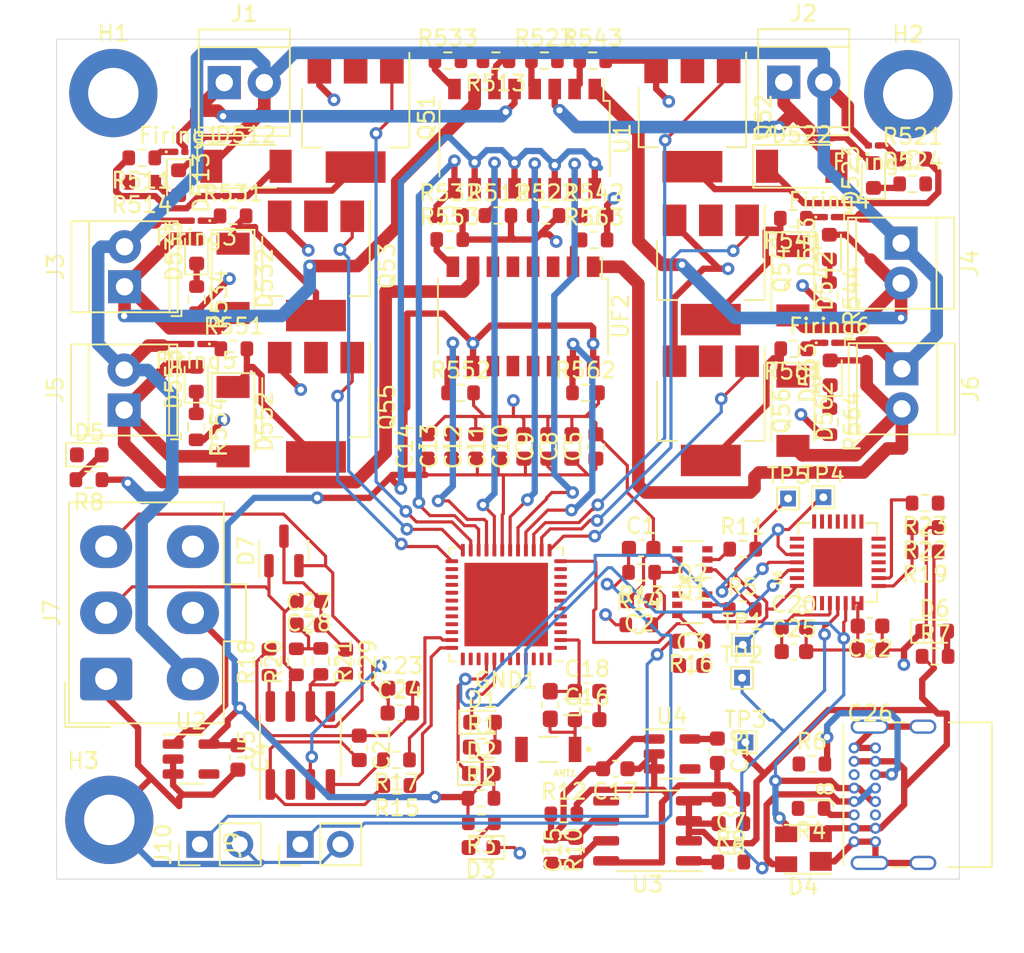
<source format=kicad_pcb>
(kicad_pcb (version 20211014) (generator pcbnew)
  (layers (0 "F.Cu" signal) (31 "B.Cu" signal) (34 "B.Paste" user) (35 "F.Paste" user) (36 "B.SilkS" user "B.Silkscreen") (37 "F.SilkS" user "F.Silkscreen") (38 "B.Mask" user) (39 "F.Mask" user) (44 "Edge.Cuts" user))
  (net 0 "")
  (net 1 "/DTR")
  (net 2 "/RTS")
  (net 3 "VBUS")
  (net 4 "/Data+")
  (net 5 "/Data-")
  (net 6 "/24V")
  (net 7 "Net-(D542-Pad2)")
  (net 8 "Net-(D532-Pad2)")
  (net 9 "Net-(D522-Pad2)")
  (net 10 "Net-(D512-Pad2)")
  (net 11 "/CAN_HIGH")
  (net 12 "GND")
  (net 13 "/CAN_RX")
  (net 14 "Net-(R17-Pad2)")
  (net 15 "Net-(R18-Pad1)")
  (net 16 "Net-(R19-Pad2)")
  (net 17 "Net-(C27-Pad1)")
  (net 18 "/CAN_LOW")
  (net 19 "Net-(Firing2-Pad1)")
  (net 20 "Net-(D532-Pad1)")
  (net 21 "Net-(Firing1-Pad1)")
  (net 22 "Net-(D512-Pad1)")
  (net 23 "/ematch/Cont1")
  (net 24 "Net-(R513-Pad1)")
  (net 25 "Net-(D513-Pad1)")
  (net 26 "Net-(Firing4-Pad1)")
  (net 27 "Net-(D522-Pad1)")
  (net 28 "/ematch/Cont2")
  (net 29 "Net-(R523-Pad1)")
  (net 30 "Net-(D523-Pad1)")
  (net 31 "+3V3")
  (net 32 "Net-(R23-Pad2)")
  (net 33 "/ematch/Cont3")
  (net 34 "Net-(R533-Pad1)")
  (net 35 "Net-(D533-Pad1)")
  (net 36 "Net-(Firing5-Pad1)")
  (net 37 "Net-(D542-Pad1)")
  (net 38 "/ematch/Cont4")
  (net 39 "Net-(R543-Pad1)")
  (net 40 "Net-(D543-Pad1)")
  (net 41 "Net-(Firing3-Pad1)")
  (net 42 "Net-(D552-Pad1)")
  (net 43 "/ematch/Cont5")
  (net 44 "Net-(D553-Pad1)")
  (net 45 "Net-(Firing6-Pad1)")
  (net 46 "Net-(D562-Pad1)")
  (net 47 "/ematch/Cont6")
  (net 48 "Net-(D563-Pad1)")
  (net 49 "Net-(D1-Pad2)")
  (net 50 "Net-(D2-Pad2)")
  (net 51 "Net-(D3-Pad2)")
  (net 52 "Net-(J8-PadA5)")
  (net 53 "Net-(Q2-Pad5)")
  (net 54 "Net-(J8-PadB5)")
  (net 55 "Net-(D6-Pad2)")
  (net 56 "+24V")
  (net 57 "Net-(D5-Pad2)")
  (net 58 "Net-(R9-Pad1)")
  (net 59 "Net-(C15-Pad2)")
  (net 60 "Net-(C15-Pad1)")
  (net 61 "Net-(Q1-Pad2)")
  (net 62 "/EN")
  (net 63 "Net-(C1-Pad1)")
  (net 64 "/CAN_TX")
  (net 65 "Net-(C21-Pad2)")
  (net 66 "/BOOT")
  (net 67 "Net-(C3-Pad1)")
  (net 69 "/3.3V")
  (net 70 "Net-(U2-Pad1)")
  (net 72 "/ematch/Nuke 2")
  (net 73 "/ematch/Nuke 1")
  (net 74 "/ematch/Nuke 4")
  (net 75 "/ematch/Nuke 6")
  (net 76 "/ematch/Nuke 5")
  (net 77 "/ematch/Nuke 3")
  (net 79 "/LNA_IN")
  (net 97 "/TXD")
  (net 98 "/RXD")
  (net 103 "Net-(ANT1-Pad1)")
  (net 124 "Net-(D552-Pad2)")
  (net 125 "Net-(R553-Pad1)")
  (net 126 "Net-(D562-Pad2)")
  (net 127 "Net-(R563-Pad1)")
  (net 128 "/Cont 5")
  (net 129 "/Cont 6")
  (net 130 "/Nuke 1")
  (net 131 "/Nuke 3")
  (net 132 "/Nuke 5")
  (net 133 "/Cont 3")
  (net 134 "/Nuke 6")
  (net 135 "/Cont 1")
  (net 136 "/Cont 2")
  (net 137 "/Cont 4")
  (net 138 "/Nuke 4")
  (net 139 "/Nuke 2")
  (footprint "iclr:ANT_AMCA31-2R450G-S1F-T3" (layer "F.Cu") (at 149.15 114.5778 180)
    (fp_text reference "ANT1")
    (fp_text value "AMCA31-2R450G-S1F-T3")
  )
  (footprint "Resistor_SMD:R_0603_1608Metric" (layer "F.Cu") (at 145.9606 80.6958)
    (fp_text reference "R512")
    (fp_text value "500")
  )
  (footprint "Resistor_SMD:R_0603_1608Metric" (layer "F.Cu") (at 120.015 97.4598 180)
    (fp_text reference "R8")
    (fp_text value "3.5k")
  )
  (footprint "Capacitor_SMD:C_0603_1608Metric" (layer "F.Cu") (at 150.9006 120.9616 90)
    (fp_text reference "C15")
    (fp_text value "0.1uF")
  )
  (footprint "Diode_SMD:D_0201_0603Metric" (layer "F.Cu") (at 126.7968 88.8492 180)
    (fp_text reference "Firing5")
    (fp_text value "D551")
  )
  (footprint "Connector_USB:USB_C_Receptacle_GCT_USB4085" (layer "F.Cu") (at 168.5506 120.4314 90)
    (fp_text reference "J8")
    (fp_text value "USB_C_Receptacle_USB2.0")
  )
  (footprint "Connector_PinHeader_2.54mm:PinHeader_1x02_P2.54mm_Vertical" (layer "F.Cu") (at 127.0458 120.5992 90)
    (fp_text reference "J10")
    (fp_text value "Conn_01x02_Male")
  )
  (footprint "Capacitor_SMD:C_0603_1608Metric" (layer "F.Cu") (at 139.7378 112.268)
    (fp_text reference "C24")
    (fp_text value "10uF")
  )
  (footprint "TestPoint:TestPoint_THTPad_1.0x1.0mm_Drill0.5mm" (layer "F.Cu") (at 164.3634 98.6536)
    (fp_text reference "TP5")
    (fp_text value "TestPoint")
  )
  (footprint "Resistor_SMD:R_0603_1608Metric" (layer "F.Cu") (at 165.87 115.5006)
    (fp_text reference "R6")
    (fp_text value "5.1k")
  )
  (footprint "LED_SMD:LED_0603_1608Metric" (layer "F.Cu") (at 169.7736 78.1558 90)
    (fp_text reference "D523")
    (fp_text value "Continuity")
  )
  (footprint "Capacitor_SMD:C_0603_1608Metric" (layer "F.Cu") (at 139.7762 110.6932)
    (fp_text reference "C23")
    (fp_text value "0.1uF")
  )
  (footprint "Package_TO_SOT_SMD:SOT-223" (layer "F.Cu") (at 134.4168 83.8962 -90)
    (fp_text reference "Q53")
    (fp_text value "PMV20ENR")
  )
  (footprint "TestPoint:TestPoint_THTPad_1.0x1.0mm_Drill0.5mm" (layer "F.Cu") (at 161.4424 110.0328)
    (fp_text reference "TP2")
    (fp_text value "TestPoint")
  )
  (footprint "Resistor_SMD:R_0603_1608Metric" (layer "F.Cu") (at 165.8192 118.32 180)
    (fp_text reference "R4")
    (fp_text value "5.1k")
  )
  (footprint "Capacitor_SMD:C_0603_1608Metric" (layer "F.Cu") (at 133.9596 105.1306 180)
    (fp_text reference "C28")
    (fp_text value "C_Small")
  )
  (footprint "Diode_SMD:D_0201_0603Metric" (layer "F.Cu") (at 169.7736 76.2508 180)
    (fp_text reference "Firing2")
    (fp_text value "D521")
  )
  (footprint "Resistor_SMD:R_0603_1608Metric" (layer "F.Cu") (at 145.8336 70.866 180)
    (fp_text reference "R513")
    (fp_text value "500")
  )
  (footprint "Package_TO_SOT_SMD:SOT-363_SC-70-6" (layer "F.Cu") (at 158.2826 105.3973)
    (fp_text reference "Q2")
    (fp_text value "MMDT2222A")
  )
  (footprint "Resistor_SMD:R_0603_1608Metric" (layer "F.Cu") (at 148.907 70.866)
    (fp_text reference "R523")
    (fp_text value "500")
  )
  (footprint "Capacitor_SMD:C_0603_1608Metric" (layer "F.Cu") (at 151.6138 112.6868)
    (fp_text reference "C16")
    (fp_text value "1.5pF")
  )
  (footprint "TerminalBlock_TE-Connectivity:TerminalBlock_TE_282834-2_1x02_P2.54mm_Horizontal" (layer "F.Cu") (at 122.2502 93.0402 90)
    (fp_text reference "J5")
    (fp_text value "Conn_01x02_Male")
  )
  (footprint "LED_SMD:LED_0603_1608Metric" (layer "F.Cu") (at 166.9796 82.7025 90)
    (fp_text reference "D543")
    (fp_text value "Continuity")
  )
  (footprint "Resistor_SMD:R_0603_1608Metric" (layer "F.Cu") (at 151.9682 70.866)
    (fp_text reference "R543")
    (fp_text value "500")
  )
  (footprint "Diode_SMD:D_0201_0603Metric" (layer "F.Cu") (at 167.005 88.773)
    (fp_text reference "Firing6")
    (fp_text value "D561")
  )
  (footprint "Diode_SMD:D_0201_0603Metric" (layer "F.Cu") (at 125.7808 76.6572)
    (fp_text reference "Firing1")
    (fp_text value "D511")
  )
  (footprint "Resistor_SMD:R_0603_1608Metric" (layer "F.Cu") (at 152.0566 82.2452)
    (fp_text reference "R563")
    (fp_text value "500")
  )
  (footprint "Connector_PinHeader_2.54mm:PinHeader_1x02_P2.54mm_Vertical" (layer "F.Cu") (at 133.4212 120.5992 90)
    (fp_text reference "J9")
    (fp_text value "Conn_01x02_Male")
  )
  (footprint "LED_SMD:LED_0603_1608Metric" (layer "F.Cu") (at 126.8222 91.0844 90)
    (fp_text reference "D553")
    (fp_text value "Continuity")
  )
  (footprint "Capacitor_SMD:C_0603_1608Metric" (layer "F.Cu") (at 158.2166 109.2454)
    (fp_text reference "C3")
    (fp_text value "1nF")
  )
  (footprint "Package_TO_SOT_SMD:SOT-223" (layer "F.Cu") (at 158.2928 74.4474 -90)
    (fp_text reference "Q52")
    (fp_text value "PMV20ENR")
  )
  (footprint "Resistor_SMD:R_0603_1608Metric" (layer "F.Cu") (at 173.6852 108.6739)
    (fp_text reference "R7")
    (fp_text value "470")
  )
  (footprint "Resistor_SMD:R_0603_1608Metric" (layer "F.Cu") (at 129.159 80.7212)
    (fp_text reference "R531")
    (fp_text value "1k")
  )
  (footprint "Package_SO:SOP-16_4.4x10.4mm_P1.27mm" (layer "F.Cu") (at 147.6502 75.819 -90)
    (fp_text reference "U1")
    (fp_text value "LTV-247")
  )
  (footprint "Capacitor_SMD:C_0603_1608Metric" (layer "F.Cu") (at 129.4638 115.0874 -90)
    (fp_text reference "C4")
    (fp_text value "4.7uF")
  )
  (footprint "Capacitor_SMD:C_0603_1608Metric" (layer "F.Cu") (at 153.3986 115.8054 180)
    (fp_text reference "C17")
    (fp_text value "10uF")
  )
  (footprint "Capacitor_SMD:C_0603_1608Metric" (layer "F.Cu") (at 133.9596 106.68)
    (fp_text reference "C27")
    (fp_text value "C")
  )
  (footprint "LED_SMD:LED_0603_1608Metric" (layer "F.Cu") (at 126.8476 82.9564 90)
    (fp_text reference "D533")
    (fp_text value "Continuity")
  )
  (footprint "Inductor_SMD:L_0603_1608Metric_Pad1.05x0.95mm_HandSolder" (layer "F.Cu") (at 149.277 111.7584 -90)
    (fp_text reference "L1")
    (fp_text value "LQG15WZ1N8B02D")
  )
  (footprint "Capacitor_SMD:C_0603_1608Metric" (layer "F.Cu") (at 160.7304 119.2852 180)
    (fp_text reference "C6")
    (fp_text value "10uF")
  )
  (footprint "Diode_SMD:D_SOD-128" (layer "F.Cu") (at 164.6682 84.836 -90)
    (fp_text reference "D542")
    (fp_text value "D_Schottky")
  )
  (footprint "Package_TO_SOT_SMD:SOT-23" (layer "F.Cu") (at 132.3848 101.981 90)
    (fp_text reference "D7")
    (fp_text value "SM712_SOT23")
  )
  (footprint "LED_SMD:LED_0603_1608Metric" (layer "F.Cu") (at 144.9832 112.8522)
    (fp_text reference "D1")
    (fp_text value "RX_LED")
  )
  (footprint "Package_TO_SOT_SMD:SOT-23-5" (layer "F.Cu") (at 126.492 115.189)
    (fp_text reference "U2")
    (fp_text value "LTC4411")
  )
  (footprint "Resistor_SMD:R_0603_1608Metric" (layer "F.Cu") (at 167.005 93.7768 -90)
    (fp_text reference "R564")
    (fp_text value "1k")
  )
  (footprint "MountingHole:MountingHole_3.2mm_M3_DIN965_Pad" (layer "F.Cu") (at 171.9834 72.9996)
    (fp_text reference "H2")
    (fp_text value "MountingHole_Pad")
  )
  (footprint "TestPoint:TestPoint_THTPad_1.0x1.0mm_Drill0.5mm" (layer "F.Cu") (at 166.5986 98.5774)
    (fp_text reference "TP4")
    (fp_text value "TestPoint")
  )
  (footprint "Capacitor_SMD:C_0603_1608Metric" (layer "F.Cu") (at 147.5994 95.3516 90)
    (fp_text reference "C10")
    (fp_text value "10uF")
  )
  (footprint "Package_TO_SOT_SMD:SOT-223" (layer "F.Cu") (at 159.4612 93.091 -90)
    (fp_text reference "Q56")
    (fp_text value "PMV20ENR")
  )
  (footprint "MountingHole:MountingHole_3.2mm_M3_DIN965_Pad" (layer "F.Cu") (at 121.3104 119.0498)
    (fp_text reference "H3")
    (fp_text value "MountingHole_Pad")
  )
  (footprint "Resistor_SMD:R_0603_1608Metric" (layer "F.Cu") (at 139.5476 116.8654 180)
    (fp_text reference "R15")
    (fp_text value "90")
  )
  (footprint "Resistor_SMD:R_0603_1608Metric" (layer "F.Cu") (at 129.2098 89.154)
    (fp_text reference "R551")
    (fp_text value "1k")
  )
  (footprint "Resistor_SMD:R_0603_1608Metric" (layer "F.Cu") (at 154.8892 106.6673)
    (fp_text reference "R14")
    (fp_text value "10K")
  )
  (footprint "Resistor_SMD:R_0603_1608Metric" (layer "F.Cu") (at 161.483 101.8667)
    (fp_text reference "R11")
    (fp_text value "10K")
  )
  (footprint "Capacitor_SMD:C_0603_1608Metric" (layer "F.Cu") (at 164.7314 106.8197)
    (fp_text reference "C20")
    (fp_text value "4.7uF")
  )
  (footprint "Capacitor_SMD:C_0603_1608Metric" (layer "F.Cu") (at 164.7314 108.3691)
    (fp_text reference "C25")
    (fp_text value "0.1uF")
  )
  (footprint "Resistor_SMD:R_0603_1608Metric" (layer "F.Cu") (at 160.7304 121.7236)
    (fp_text reference "R9")
    (fp_text value "100k")
  )
  (footprint "Resistor_SMD:R_0603_1608Metric" (layer "F.Cu") (at 172.2628 78.6892)
    (fp_text reference "R524")
    (fp_text value "1k")
  )
  (footprint "TerminalBlock_TE-Connectivity:TerminalBlock_TE_282834-2_1x02_P2.54mm_Horizontal" (layer "F.Cu") (at 122.2756 85.217 90)
    (fp_text reference "J3")
    (fp_text value "Conn_01x02_Male")
  )
  (footprint "Resistor_SMD:R_0603_1608Metric" (layer "F.Cu") (at 151.511 91.948)
    (fp_text reference "R562")
    (fp_text value "500")
  )
  (footprint "Package_DFN_QFN:QFN-48-1EP_7x7mm_P0.5mm_EP5.3x5.3mm" (layer "F.Cu") (at 146.4818 105.3846 180)
    (fp_text reference "GND1")
    (fp_text value "ESP32-PICO-D4")
  )
  (footprint "Package_SO:SOIC-8_3.9x4.9mm_P1.27mm" (layer "F.Cu") (at 133.4262 114.3254 90)
    (fp_text reference "U5")
    (fp_text value "SN65HVD230")
  )
  (footprint "Capacitor_SMD:C_0603_1608Metric" (layer "F.Cu") (at 151.6138 110.8948)
    (fp_text reference "C18")
    (fp_text value "1.2pF")
  )
  (footprint "TerminalBlock_TE-Connectivity:TerminalBlock_TE_282834-2_1x02_P2.54mm_Horizontal" (layer "F.Cu") (at 171.5262 82.4484 -90)
    (fp_text reference "J4")
    (fp_text value "Conn_01x02_Male")
  )
  (footprint "iclr:QFN28G_0.5-5X5MM" (layer "F.Cu") (at 167.513 102.7049 90)
    (property "VALUE" "CP2102-GMR-QFN28")
    (fp_text reference "U6")
    (fp_text value "INTERFACE-CP2102-GMR(QFN28)")
  )
  (footprint "Resistor_SMD:R_0603_1608Metric" (layer "F.Cu") (at 161.4576 105.7021)
    (fp_text reference "R5")
    (fp_text value "10K")
  )
  (footprint "Resistor_SMD:R_0603_1608Metric" (layer "F.Cu") (at 123.3678 77.0382 180)
    (fp_text reference "R511")
    (fp_text value "1k")
  )
  (footprint "Resistor_SMD:R_0603_1608Metric" (layer "F.Cu") (at 126.8222 94.107 -90)
    (fp_text reference "R554")
    (fp_text value "1k")
  )
  (footprint "LED_SMD:LED_0603_1608Metric" (layer "F.Cu") (at 167.0304 90.678 90)
    (fp_text reference "D563")
    (fp_text value "Continuity")
  )
  (footprint "Connector_Molex:Molex_Mini-Fit_Jr_5566-06A_2x03_P4.20mm_Vertical" (layer "F.Cu") (at 121.11024 110.10924 90)
    (fp_text reference "J7")
    (fp_text value "Conn_01x05_Male")
  )
  (footprint "Capacitor_SMD:C_0603_1608Metric" (layer "F.Cu") (at 136.2964 109.0168 -90)
    (fp_text reference "C29")
    (fp_text value "C_Small")
  )
  (footprint "Package_TO_SOT_SMD:SOT-223" (layer "F.Cu") (at 134.4168 92.8624 -90)
    (fp_text reference "Q55")
    (fp_text value "PMV20ENR")
  )
  (footprint "Capacitor_SMD:C_0603_1608Metric" (layer "F.Cu") (at 154.9146 105.1433 180)
    (fp_text reference "C2")
    (fp_text value "1nF")
  )
  (footprint "Capacitor_SMD:C_0603_1608Metric" (layer "F.Cu") (at 160.7304 117.7358 180)
    (fp_text reference "C7")
    (fp_text value "1uF")
  )
  (footprint "Resistor_SMD:R_0603_1608Metric" (layer "F.Cu") (at 173.0502 98.9457 180)
    (fp_text reference "R23")
    (fp_text value "4.7k")
  )
  (footprint "Resistor_SMD:R_0603_1608Metric" (layer "F.Cu") (at 142.7856 70.866)
    (fp_text reference "R533")
    (fp_text value "500")
  )
  (footprint "Resistor_SMD:R_0603_1608Metric" (layer "F.Cu") (at 164.6936 80.8736 180)
    (fp_text reference "R541")
    (fp_text value "1k")
  )
  (footprint "LED_SMD:LED_0603_1608Metric" (layer "F.Cu") (at 120.0404 95.885)
    (fp_text reference "D5")
    (fp_text value "24V_LED")
  )
  (footprint "Capacitor_SMD:C_0603_1608Metric" (layer "F.Cu") (at 155.0416 101.8159)
    (fp_text reference "C1")
    (fp_text value "1nF")
  )
  (footprint "Diode_SMD:D_SOD-128" (layer "F.Cu") (at 129.159 84.6836 -90)
    (fp_text reference "D532")
    (fp_text value "D_Schottky")
  )
  (footprint "Diode_SMD:D_SOD-128" (layer "F.Cu") (at 165.227 77.5716)
    (fp_text reference "D522")
    (fp_text value "D_Schottky")
  )
  (footprint "Capacitor_SMD:C_0603_1608Metric" (layer "F.Cu") (at 141.478 95.3516 90)
    (fp_text reference "C14")
    (fp_text value "0.1uF")
  )
  (footprint "Capacitor_SMD:C_0603_1608Metric" (layer "F.Cu") (at 143.0274 95.3516 90)
    (fp_text reference "C13")
    (fp_text value "0.1uF")
  )
  (footprint "Resistor_SMD:R_0603_1608Metric" (layer "F.Cu") (at 134.7216 108.9914 -90)
    (fp_text reference "R21")
    (fp_text value "R")
  )
  (footprint "Diode_SMD:D_0201_0603Metric" (layer "F.Cu") (at 166.9796 80.7974)
    (fp_text reference "Firing4")
    (fp_text value "D541")
  )
  (footprint "Package_TO_SOT_SMD:SOT-363_SC-70-6" (layer "F.Cu") (at 158.2928 102.5271 180)
    (fp_text reference "Q1")
    (fp_text value "MMDT2222A")
  )
  (footprint "LED_SMD:LED_0603_1608Metric" (layer "F.Cu") (at 125.7046 78.613 -90)
    (fp_text reference "D513")
    (fp_text value "Continuity")
  )
  (footprint "Resistor_SMD:R_0603_1608Metric" (layer "F.Cu") (at 126.8476 86.0298 -90)
    (fp_text reference "R534")
    (fp_text value "1k")
  )
  (footprint "Capacitor_SMD:C_0603_1608Metric" (layer "F.Cu") (at 169.5574 108.2675 180)
    (fp_text reference "C26")
    (fp_text value "0.1uF")
  )
  (footprint "TerminalBlock_TE-Connectivity:TerminalBlock_TE_282834-2_1x02_P2.54mm_Horizontal" (layer "F.Cu") (at 128.6002 72.263)
    (fp_text reference "J1")
    (fp_text value "Conn_01x02_Male")
  )
  (footprint "Capacitor_SMD:C_0603_1608Metric" (layer "F.Cu") (at 150.6474 95.3516 90)
    (fp_text reference "C8")
    (fp_text value "1uF")
  )
  (footprint "Resistor_SMD:R_0603_1608Metric" (layer "F.Cu") (at 142.9004 82.2198)
    (fp_text reference "R553")
    (fp_text value "500")
  )
  (footprint "Resistor_SMD:R_0603_1608Metric" (layer "F.Cu") (at 172.2628 77.1144)
    (fp_text reference "R521")
    (fp_text value "1k")
  )
  (footprint "Capacitor_SMD:C_0603_1608Metric" (layer "F.Cu") (at 152.1714 95.3516 90)
    (fp_text reference "C5")
    (fp_text value "0.1uF")
  )
  (footprint "Capacitor_SMD:C_0603_1608Metric" (layer "F.Cu") (at 169.5574 106.7435 180)
    (fp_text reference "C22")
    (fp_text value "1.0uF")
  )
  (footprint "Resistor_SMD:R_0603_1608Metric" (layer "F.Cu") (at 166.9796 85.7758 -90)
    (fp_text reference "R544")
    (fp_text value "1k")
  )
  (footprint "Resistor_SMD:R_0603_1608Metric" (layer "F.Cu") (at 158.2166 107.7087 180)
    (fp_text reference "R16")
    (fp_text value "470")
  )
  (footprint "Capacitor_SMD:C_0603_1608Metric" (layer "F.Cu") (at 144.5514 95.3516 90)
    (fp_text reference "C12")
    (fp_text value "0.1uF")
  )
  (footprint "Resistor_SMD:R_0603_1608Metric" (layer "F.Cu") (at 149.3258 120.9616 -90)
    (fp_text reference "R10")
    (fp_text value "147k")
  )
  (footprint "LED_SMD:LED_0603_1608Metric" (layer "F.Cu") (at 173.6598 107.0737)
    (fp_text reference "D6")
    (fp_text value "USB_LED")
  )
  (footprint "Resistor_SMD:R_0603_1608Metric" (layer "F.Cu") (at 149.0086 80.6958)
    (fp_text reference "R522")
    (fp_text value "500")
  )
  (footprint "Package_SO:SOP-16_4.4x10.4mm_P1.27mm" (layer "F.Cu") (at 147.5486 87.0966 -90)
    (fp_text reference "UF2")
    (fp_text value "LTV-247")
  )
  (footprint "Resistor_SMD:R_0603_1608Metric" (layer "F.Cu") (at 173.0502 100.4951 180)
    (fp_text reference "R22")
    (fp_text value "47k")
  )
  (footprint "LED_SMD:LED_0603_1608Metric" (layer "F.Cu") (at 144.8816 120.8024 180)
    (fp_text reference "D3")
    (fp_text value "PWR_LED")
  )
  (footprint "Resistor_SMD:R_0603_1608Metric" (layer "F.Cu") (at 142.8872 80.6958)
    (fp_text reference "R532")
    (fp_text value "500")
  )
  (footprint "Resistor_SMD:R_0603_1608Metric" (layer "F.Cu") (at 143.5862 91.948)
    (fp_text reference "R552")
    (fp_text value "500")
  )
  (footprint "Capacitor_SMD:C_0603_1608Metric" (layer "F.Cu") (at 149.1234 95.3516 90)
    (fp_text reference "C9")
    (fp_text value "100pF")
  )
  (footprint "Diode_SMD:D_SOD-128" (layer "F.Cu") (at 129.159 93.7768 -90)
    (fp_text reference "D552")
    (fp_text value "D_Schottky")
  )
  (footprint "Diode_SMD:D_0201_0603Metric" (layer "F.Cu") (at 126.8222 81.026 180)
    (fp_text reference "Firing3")
    (fp_text value "D531")
  )
  (footprint "Resistor_SMD:R_0603_1608Metric" (layer "F.Cu") (at 150.1386 118.6756)
    (fp_text reference "R12")
    (fp_text value "47k")
  )
  (footprint "Capacitor_SMD:C_0603_1608Metric" (layer "F.Cu") (at 146.0754 95.3516 90)
    (fp_text reference "C11")
    (fp_text value "1uF")
  )
  (footprint "TestPoint:TestPoint_THTPad_1.0x1.0mm_Drill0.5mm" (layer "F.Cu") (at 161.6536 114.129)
    (fp_text reference "TP3")
    (fp_text value "TestPoint")
  )
  (footprint "Capacitor_SMD:C_0603_1608Metric" (layer "F.Cu") (at 137.16 114.4778 -90)
    (fp_text reference "C21")
    (fp_text value "160pF")
  )
  (footprint "Resistor_SMD:R_0603_1608Metric" (layer "F.Cu") (at 164.719 89.154 180)
    (fp_text reference "R561")
    (fp_text value "1k")
  )
  (footprint "Resistor_SMD:R_0603_1608Metric" (layer "F.Cu") (at 144.8816 117.6782)
    (fp_text reference "R2")
    (fp_text value "470")
  )
  (footprint "Package_TO_SOT_SMD:SOT-23-5" (layer "F.Cu") (at 157.0054 114.8656)
    (fp_text reference "U4")
    (fp_text value "LTC4411")
  )
  (footprint "Resistor_SMD:R_0603_1608Metric" (layer "F.Cu") (at 123.3678 78.5876 180)
    (fp_text reference "R514")
    (fp_text value "1k")
  )
  (footprint "Resistor_SMD:R_0603_1608Metric" (layer "F.Cu") (at 131.445 109.0422 90)
    (fp_text reference "R18")
    (fp_text value "10k")
  )
  (footprint "Resistor_SMD:R_0603_1608Metric" (layer "F.Cu") (at 152.0566 80.6958)
    (fp_text reference "R542")
    (fp_text value "500")
  )
  (footprint "Capacitor_SMD:C_0603_1608Metric" (layer "F.Cu") (at 159.8756 114.6624 -90)
    (fp_text reference "C19")
    (fp_text value "4.7uF")
  )
  (footprint "Package_TO_SOT_SMD:SOT-223" (layer "F.Cu") (at 136.9314 74.4728 -90)
    (fp_text reference "Q51")
    (fp_text value "PMV20ENR")
  )
  (footprint "Resistor_SMD:R_0603_1608Metric" (layer "F.Cu") (at 144.9578 114.427)
    (fp_text reference "R1")
    (fp_text value "470")
  )
  (footprint "Diode_SMD:D_SOD-128" (layer "F.Cu") (at 164.6682 93.1164 -90)
    (fp_text reference "D562")
    (fp_text value "D_Schottky")
  )
  (footprint "MountingHole:MountingHole_3.2mm_M3_DIN965_Pad" (layer "F.Cu") (at 121.5644 72.9234)
    (fp_text reference "H1")
    (fp_text value "MountingHole_Pad")
  )
  (footprint "Resistor_SMD:R_0603_1608Metric" (layer "F.Cu") (at 155.067 103.3399 180)
    (fp_text reference "R13")
    (fp_text value "470")
  )
  (footprint "LED_SMD:LED_0603_1608Metric" (layer "F.Cu") (at 144.9071 116.1034)
    (fp_text reference "D2")
    (fp_text value "TX_LED")
  )
  (footprint "Resistor_SMD:R_0603_1608Metric" (layer "F.Cu") (at 139.5222 115.2398 180)
    (fp_text reference "R17")
    (fp_text value "90")
  )
  (footprint "Resistor_SMD:R_0603_1608Metric" (layer "F.Cu") (at 133.1722 109.0168 90)
    (fp_text reference "R20")
    (fp_text value "R")
  )
  (footprint "Diode_SMD:D_SOD-128" (layer "F.Cu") (at 129.9718 77.5716)
    (fp_text reference "D512")
    (fp_text value "D_Schottky")
  )
  (footprint "Resistor_SMD:R_0603_1608Metric" (layer "F.Cu") (at 173.0502 102.0445 180)
    (fp_text reference "R19")
    (fp_text value "24k")
  )
  (footprint "TestPoint:TestPoint_THTPad_1.0x1.0mm_Drill0.5mm" (layer "F.Cu") (at 161.4932 107.9373)
    (fp_text reference "TP1")
    (fp_text value "TestPoint")
  )
  (footprint "TerminalBlock_TE-Connectivity:TerminalBlock_TE_282834-2_1x02_P2.54mm_Horizontal" (layer "F.Cu") (at 171.577 90.424 -90)
    (fp_text reference "J6")
    (fp_text value "Conn_01x02_Male")
  )
  (footprint "Package_TO_SOT_SMD:SOT-223" (layer "F.Cu") (at 159.4612 84.1502 -90)
    (fp_text reference "Q54")
    (fp_text value "PMV20ENR")
  )
  (footprint "Package_SO:SOP-8_3.9x4.9mm_P1.27mm" (layer "F.Cu") (at 155.4472 119.7424 180)
    (fp_text reference "U3")
    (fp_text value "RT9025-25GSP")
  )
  (footprint "TerminalBlock_TE-Connectivity:TerminalBlock_TE_282834-2_1x02_P2.54mm_Horizontal" (layer "F.Cu") (at 164.084 72.2376)
    (fp_text reference "J2")
    (fp_text value "Conn_01x02_Male")
  )
  (footprint "Resistor_SMD:R_0603_1608Metric" (layer "F.Cu") (at 144.907 119.2276 180)
    (fp_text reference "R3")
    (fp_text value "470")
  )
  (footprint "Package_TO_SOT_SMD:SOT-143" (layer "F.Cu") (at 165.3366 120.9108 180)
    (fp_text reference "D4")
    (fp_text value "SP0503BAHT")
  )
  (gr_rect (start 117.968 69.5047) (end 175.2248 122.8067) (layer "Edge.Cuts") (width 0.05) (fill none))
  (segment (start 161.0512 103.1235) (end 162.308 101.8667) (width 0.2) (layer "F.Cu") (net 1))
  (segment (start 162.38488 104.92758) (end 161.0512 103.5939) (width 0.2) (layer "F.Cu") (net 1))
  (segment (start 162.689507 106.47662) (end 163.007 106.159127) (width 0.2) (layer "F.Cu") (net 1))
  (segment (start 162.689507 104.92758) (end 162.38488 104.92758) (width 0.2) (layer "F.Cu") (net 1))
  (segment (start 164.3634 98.6536) (end 162.308 100.709) (width 0.2) (layer "F.Cu") (net 1))
  (segment (start 163.007 105.6665) (end 163.007 105.245073) (width 0.2) (layer "F.Cu") (net 1))
  (segment (start 159.66192 106.47662) (end 162.689507 106.47662) (width 0.2) (layer "F.Cu") (net 1))
  (segment (start 162.308 100.709) (end 162.308 101.8667) (width 0.2) (layer "F.Cu") (net 1))
  (segment (start 159.2326 106.0473) (end 159.66192 106.47662) (width 0.2) (layer "F.Cu") (net 1))
  (segment (start 161.0512 103.5939) (end 161.0512 103.1235) (width 0.2) (layer "F.Cu") (net 1))
  (segment (start 163.007 105.6665) (end 163.4614 105.6665) (width 0.2) (layer "F.Cu") (net 1))
  (segment (start 163.007 105.245073) (end 162.689507 104.92758) (width 0.2) (layer "F.Cu") (net 1))
  (segment (start 163.007 106.159127) (end 163.007 105.6665) (width 0.2) (layer "F.Cu") (net 1))
  (segment (start 163.4614 105.6665) (end 164.923 104.2049) (width 0.2) (layer "F.Cu") (net 1))
  (segment (start 164.4015 100.6221) (end 166.4462 98.5774) (width 0.2) (layer "F.Cu") (net 2))
  (segment (start 163.7284 101.686322) (end 163.7284 100.6221) (width 0.2) (layer "F.Cu") (net 2))
  (segment (start 160.2232 104.5591) (end 160.1724 104.5591) (width 0.2) (layer "F.Cu") (net 2))
  (segment (start 166.4462 98.5774) (end 166.5986 98.5774) (width 0.2) (layer "F.Cu") (net 2))
  (segment (start 160.6814 104.1009) (end 160.2232 104.5591) (width 0.2) (layer "F.Cu") (net 2))
  (segment (start 163.7284 100.6221) (end 164.4015 100.6221) (width 0.2) (layer "F.Cu") (net 2))
  (segment (start 159.2428 103.1771) (end 159.7576 103.1771) (width 0.2) (layer "F.Cu") (net 2))
  (segment (start 164.923 102.2049) (end 164.246978 102.2049) (width 0.2) (layer "F.Cu") (net 2))
  (segment (start 164.246978 102.2049) (end 163.7284 101.686322) (width 0.2) (layer "F.Cu") (net 2))
  (segment (start 159.7576 103.1771) (end 160.6814 104.1009) (width 0.2) (layer "F.Cu") (net 2))
  (segment (start 160.6814 104.1009) (end 162.2826 105.7021) (width 0.2) (layer "F.Cu") (net 2))
  (via (at 160.1724 104.5591) (size 0.8) (drill 0.4) (layers "F.Cu" "B.Cu") (net 2))
  (via (at 163.7284 100.6221) (size 0.8) (drill 0.4) (layers "F.Cu" "B.Cu") (net 2))
  (segment (start 160.1724 104.1781) (end 163.7284 100.6221) (width 0.2) (layer "B.Cu") (net 2))
  (segment (start 160.1724 104.5591) (end 160.1724 104.1781) (width 0.2) (layer "B.Cu") (net 2))
  (segment (start 159.7144 120.5298) (end 158.9944 119.8098) (width 0.4) (layer "F.Cu") (net 3))
  (segment (start 173.634776 112.079224) (end 166.916096 112.079224) (width 0.4) (layer "F.Cu") (net 3))
  (segment (start 173.8752 102.0445) (end 173.60932 102.31038) (width 0.2) (layer "F.Cu") (net 3))
  (segment (start 174.4298 112.3002) (end 173.855751 112.3002) (width 0.4) (layer "F.Cu") (net 3))
  (segment (start 158.0722 119.1074) (end 158.0722 117.8374) (width 0.4) (layer "F.Cu") (net 3))
  (segment (start 171.724111 118.079289) (end 170.222 119.5814) (width 0.4) (layer "F.Cu") (net 3))
  (segment (start 162.0854 120.5298) (end 159.7144 120.5298) (width 0.4) (layer "F.Cu") (net 3))
  (segment (start 169.9006 115.3314) (end 171.22568 115.3314) (width 0.4) (layer "F.Cu") (net 3))
  (segment (start 162.35492 120.26028) (end 162.0854 120.5298) (width 0.4) (layer "F.Cu") (net 3))
  (segment (start 158.0722 120.3774) (end 158.0722 119.8098) (width 0.4) (layer "F.Cu") (net 3))
  (segment (start 171.22568 115.3314) (end 171.724111 115.829831) (width 0.4) (layer "F.Cu") (net 3))
  (segment (start 166.916096 112.079224) (end 162.85356 116.14176) (width 0.4) (layer "F.Cu") (net 3))
  (segment (start 171.724111 116.985911) (end 174.4298 114.280222) (width 0.4) (layer "F.Cu") (net 3))
  (segment (start 173.60932 109.42302) (end 172.8602 108.6739) (width 0.2) (layer "F.Cu") (net 3))
  (segment (start 168.5506 119.5814) (end 166.816 119.5814) (width 0.4) (layer "F.Cu") (net 3))
  (segment (start 159.9554 119.2852) (end 158.25 119.2852) (width 0.4) (layer "F.Cu") (net 3))
  (segment (start 168.5506 115.3314) (end 169.9006 115.3314) (width 0.4) (layer "F.Cu") (net 3))
  (segment (start 174.4298 114.280222) (end 174.4298 112.3002) (width 0.4) (layer "F.Cu") (net 3))
  (segment (start 172.8682 111.312648) (end 172.8682 110.16414) (width 0.4) (layer "F.Cu") (net 3))
  (segment (start 166.816 119.5814) (end 166.4366 119.9608) (width 0.4) (layer "F.Cu") (net 3))
  (segment (start 173.60932 102.31038) (end 173.60932 109.42302) (width 0.2) (layer "F.Cu") (net 3))
  (segment (start 159.9554 117.7358) (end 158.1738 117.7358) (width 0.4) (layer "F.Cu") (net 3))
  (segment (start 162.35492 116.6404) (end 162.35492 120.26028) (width 0.4) (layer "F.Cu") (net 3))
  (segment (start 162.85356 116.14176) (end 161.6536 114.9418) (width 0.4) (layer "F.Cu") (net 3))
  (segment (start 173.855751 112.3002) (end 173.634776 112.079224) (width 0.4) (layer "F.Cu") (net 3))
  (segment (start 161.6536 114.9418) (end 161.6536 114.129) (width 0.4) (layer "F.Cu") (net 3))
  (segment (start 158.0722 119.8098) (end 158.0722 119.1074) (width 0.4) (layer "F.Cu") (net 3))
  (segment (start 171.724111 115.829831) (end 171.724111 116.985911) (width 0.4) (layer "F.Cu") (net 3))
  (segment (start 158.9944 119.8098) (end 158.0722 119.8098) (width 0.4) (layer "F.Cu") (net 3))
  (segment (start 173.61732 112.061768) (end 173.634776 112.079224) (width 0.2) (layer "F.Cu") (net 3))
  (segment (start 162.85356 116.14176) (end 162.35492 116.6404) (width 0.4) (layer "F.Cu") (net 3))
  (segment (start 172.8682 110.16414) (end 173.60932 109.42302) (width 0.4) (layer "F.Cu") (net 3))
  (segment (start 158.1738 117.7358) (end 158.0722 117.8374) (width 0.4) (layer "F.Cu") (net 3))
  (segment (start 170.222 119.5814) (end 169.9006 119.5814) (width 0.4) (layer "F.Cu") (net 3))
  (segment (start 173.634776 112.079224) (end 172.8682 111.312648) (width 0.4) (layer "F.Cu") (net 3))
  (segment (start 158.25 119.2852) (end 158.0722 119.1074) (width 0.4) (layer "F.Cu") (net 3))
  (segment (start 171.724111 116.985911) (end 171.724111 118.079289) (width 0.4) (layer "F.Cu") (net 3))
  (segment (start 168.5506 119.5814) (end 169.9006 119.5814) (width 0.4) (layer "F.Cu") (net 3))
  (segment (start 166.624 106.7181) (end 166.624 106.8959) (width 0.2) (layer "F.Cu") (net 4))
  (segment (start 167.078049 117.431) (end 163.6602 117.431) (width 0.4) (layer "F.Cu") (net 4))
  (segment (start 166.624 106.8959) (end 166.5478 106.9721) (width 0.2) (layer "F.Cu") (net 4))
  (segment (start 167.298914 106.250014) (end 166.830828 106.7181) (width 0.2) (layer "F.Cu") (net 4))
  (segment (start 162.9998 121.495) (end 163.1776 121.6728) (width 0.4) (layer "F.Cu") (net 4))
  (segment (start 163.1776 121.6728) (end 163.3656 121.8608) (width 0.4) (layer "F.Cu") (net 4))
  (segment (start 162.9998 118.0914) (end 162.9998 121.495) (width 0.4) (layer "F.Cu") (net 4))
  (segment (start 163.6602 117.431) (end 162.9998 118.0914) (width 0.4) (layer "F.Cu") (net 4))
  (segment (start 166.5478 107.1499) (end 166.6748 107.2769) (width 0.2) (layer "F.Cu") (net 4))
  (segment (start 163.1776 121.6728) (end 162.7458 122.1046) (width 0.4) (layer "F.Cu") (net 4))
  (segment (start 166.830828 106.7181) (end 166.624 106.7181) (width 0.2) (layer "F.Cu") (net 4))
  (segment (start 163.3656 121.8608) (end 164.2366 121.8608) (width 0.4) (layer "F.Cu") (net 4))
  (segment (start 167.528449 117.8814) (end 167.078049 117.431) (width 0.4) (layer "F.Cu") (net 4))
  (segment (start 166.5478 106.9721) (end 166.5478 107.1499) (width 0.2) (layer "F.Cu") (net 4))
  (segment (start 168.5506 117.8814) (end 167.528449 117.8814) (width 0.4) (layer "F.Cu") (net 4))
  (segment (start 167.513 105.2949) (end 167.513 106.035928) (width 0.2) (layer "F.Cu") (net 4))
  (segment (start 162.7458 122.1046) (end 162.7204 122.1046) (width 0.4) (layer "F.Cu") (net 4))
  (segment (start 167.513 106.035928) (end 167.298914 106.250014) (width 0.2) (layer "F.Cu") (net 4))
  (via (at 162.7204 122.1046) (size 0.8) (drill 0.4) (layers "F.Cu" "B.Cu") (net 4))
  (via (at 166.6748 107.2769) (size 0.8) (drill 0.4) (layers "F.Cu" "B.Cu") (net 4))
  (segment (start 163.203 112.7193) (end 161.4424 110.9587) (width 0.2) (layer "B.Cu") (net 4))
  (segment (start 166.6748 110.817822) (end 166.6828 110.825822) (width 0.2) (layer "B.Cu") (net 4))
  (segment (start 163.203 112.7193) (end 163.3808 112.7193) (width 0.2) (layer "B.Cu") (net 4))
  (segment (start 161.425 120.8092) (end 162.7204 122.1046) (width 0.2) (layer "B.Cu") (net 4))
  (segment (start 161.425 116.083622) (end 161.425 120.8092) (width 0.2) (layer "B.Cu") (net 4))
  (segment (start 163.3808 112.7193) (end 164.085061 113.423561) (width 0.2) (layer "B.Cu") (net 4))
  (segment (start 168.84063 117.8814) (end 168.5506 117.8814) (width 0.4) (layer "B.Cu") (net 4))
  (segment (start 161.4424 110.9587) (end 161.4424 110.0328) (width 0.2) (layer "B.Cu") (net 4))
  (segment (start 166.6828 110.825822) (end 164.085061 113.423561) (width 0.2) (layer "B.Cu") (net 4))
  (segment (start 169.69063 117.0314) (end 168.84063 117.8814) (width 0.4) (layer "B.Cu") (net 4))
  (segment (start 164.085061 113.423561) (end 161.425 116.083622) (width 0.2) (layer "B.Cu") (net 4))
  (segment (start 166.6748 107.2769) (end 166.6748 110.817822) (width 0.2) (layer "B.Cu") (net 4))
  (segment (start 169.9006 117.0314) (end 169.69063 117.0314) (width 0.4) (layer "B.Cu") (net 4))
  (segment (start 167.892474 107.529981) (end 167.892474 106.516426) (width 0.2) (layer "F.Cu") (net 5))
  (segment (start 167.526299 117.0314) (end 167.062299 116.5674) (width 0.4) (layer "F.Cu") (net 5))
  (segment (start 167.892474 106.516426) (end 168.013 106.3959) (width 0.2) (layer "F.Cu") (net 5))
  (segment (start 168.84063 117.0314) (end 169.69063 117.8814) (width 0.4) (layer "F.Cu") (net 5))
  (segment (start 168.013 106.3959) (end 168.013 105.2949) (width 0.2) (layer "F.Cu") (net 5))
  (segment (start 164.2366 119.3536) (end 163.8126 118.9296) (width 0.4) (layer "F.Cu") (net 5))
  (segment (start 164.2366 119.9608) (end 164.2366 119.3536) (width 0.4) (layer "F.Cu") (net 5))
  (segment (start 167.062299 116.5674) (end 163.5586 116.5674) (width 0.4) (layer "F.Cu") (net 5))
  (segment (start 169.69063 117.8814) (end 169.9006 117.8814) (width 0.4) (layer "F.Cu") (net 5))
  (segment (start 168.5506 117.0314) (end 168.84063 117.0314) (width 0.4) (layer "F.Cu") (net 5))
  (segment (start 168.5506 117.0314) (end 167.526299 117.0314) (width 0.4) (layer "F.Cu") (net 5))
  (via (at 163.8126 118.9296) (size 0.8) (drill 0.4) (layers "F.Cu" "B.Cu") (net 5))
  (via (at 163.5586 116.5674) (size 0.8) (drill 0.4) (layers "F.Cu" "B.Cu") (net 5))
  (via (at 167.892474 107.529981) (size 0.8) (drill 0.4) (layers "F.Cu" "B.Cu") (net 5))
  (segment (start 163.5586 116.5674) (end 163.5586 118.6756) (width 0.4) (layer "B.Cu") (net 5))
  (segment (start 167.892474 111.099926) (end 167.900474 111.107926) (width 0.2) (layer "B.Cu") (net 5))
  (segment (start 163.5586 115.4498) (end 163.5586 116.5674) (width 0.2) (layer "B.Cu") (net 5))
  (segment (start 167.892474 107.529981) (end 167.892474 111.099926) (width 0.2) (layer "B.Cu") (net 5))
  (segment (start 162.853111 106.577389) (end 161.4932 107.9373) (width 0.2) (layer "B.Cu") (net 5))
  (segment (start 166.964548 106.577389) (end 162.853111 106.577389) (width 0.2) (layer "B.Cu") (net 5))
  (segment (start 167.900474 111.107926) (end 163.5586 115.4498) (width 0.2) (layer "B.Cu") (net 5))
  (segment (start 163.5586 118.6756) (end 163.8126 118.9296) (width 0.4) (layer "B.Cu") (net 5))
  (segment (start 167.892474 107.529981) (end 167.892474 107.505315) (width 0.2) (layer "B.Cu") (net 5))
  (segment (start 167.892474 107.505315) (end 166.964548 106.577389) (width 0.2) (layer "B.Cu") (net 5))
  (segment (start 131.1402 72.263) (end 131.1402 74) (width 0.8) (layer "F.Cu") (net 6))
  (segment (start 125.868927 77.8255) (end 126.73032 76.964107) (width 0.4) (layer "F.Cu") (net 6))
  (segment (start 169.4536 76.2508) (end 169.4434 76.2508) (width 0.4) (layer "F.Cu") (net 6))
  (segment (start 167.325 88.773) (end 168.91892 88.773) (width 0.4) (layer "F.Cu") (net 6))
  (segment (start 126.73032 76.964107) (end 126.73032 76.31728) (width 0.4) (layer "F.Cu") (net 6))
  (segment (start 169.90952 88.75652) (end 168.9354 88.75652) (width 0.8) (layer "F.Cu") (net 6))
  (segment (start 129.4306 75.7096) (end 129.4306 75.9128) (width 0.4) (layer "F.Cu") (net 6))
  (segment (start 169.8244 80.7466) (end 169.0116 80.7466) (width 0.8) (layer "F.Cu") (net 6))
  (segment (start 120.84 97.4598) (end 122.2756 97.4598) (width 0.4) (layer "F.Cu") (net 6))
  (segment (start 131.1402 74) (end 129.4306 75.7096) (width 0.8) (layer "F.Cu") (net 6))
  (segment (start 127.338 75.7096) (end 129.4306 75.7096) (width 0.4) (layer "F.Cu") (net 6))
  (segment (start 122.2502 90.5002) (end 123.7996 88.9508) (width 0.8) (layer "F.Cu") (net 6))
  (segment (start 171.577 90.424) (end 169.90952 88.75652) (width 0.8) (layer "F.Cu") (net 6))
  (segment (start 126.5022 81.026) (end 124.333 81.026) (width 0.4) (layer "F.Cu") (net 6))
  (segment (start 168.148 73.7616) (end 168.148 74.9554) (width 0.8) (layer "F.Cu") (net 6))
  (segment (start 124.8156 88.8492) (end 124.714 88.9508) (width 0.4) (layer "F.Cu") (net 6))
  (segment (start 123.825 81.1276) (end 124.2314 81.1276) (width 0.8) (layer "F.Cu") (net 6))
  (segment (start 166.624 72.2376) (end 168.148 73.7616) (width 0.8) (layer "F.Cu") (net 6))
  (segment (start 171.5262 82.4484) (end 169.8244 80.7466) (width 0.8) (layer "F.Cu") (net 6))
  (segment (start 124.333 81.026) (end 124.2314 81.1276) (width 0.4) (layer "F.Cu") (net 6))
  (segment (start 129.4306 75.9128) (end 127.7718 77.5716) (width 0.4) (layer "F.Cu") (net 6))
  (segment (start 122.2756 82.677) (end 123.825 81.1276) (width 0.8) (layer "F.Cu") (net 6))
  (segment (start 168.91892 88.773) (end 168.9354 88.75652) (width 0.4) (layer "F.Cu") (net 6))
  (segment (start 126.4768 88.8492) (end 124.8156 88.8492) (width 0.4) (layer "F.Cu") (net 6))
  (segment (start 123.7996 88.9508) (end 124.714 88.9508) (width 0.8) (layer "F.Cu") (net 6))
  (segment (start 125.7046 77.8255) (end 125.868927 77.8255) (width 0.4) (layer "F.Cu") (net 6))
  (segment (start 169.4434 76.2508) (end 168.148 74.9554) (width 0.4) (layer "F.Cu") (net 6))
  (segment (start 168.9608 80.7974) (end 169.0116 80.7466) (width 0.4) (layer "F.Cu") (net 6))
  (segment (start 167.2996 80.7974) (end 168.9608 80.7974) (width 0.4) (layer "F.Cu") (net 6))
  (segment (start 126.73032 76.31728) (end 127.338 75.7096) (width 0.4) (layer "F.Cu") (net 6))
  (segment (start 122.2756 97.4598) (end 122.4788 97.663) (width 0.4) (layer "F.Cu") (net 6))
  (via (at 122.4788 97.663) (size 0.8) (drill 0.4) (layers "F.Cu" "B.Cu") (net 6))
  (segment (start 126.873 78.0796) (end 126.873 70.7136) (width 0.8) (layer "B.Cu") (net 6))
  (segment (start 166.624 70.42222) (end 166.624 72.2376) (width 0.8) (layer "B.Cu") (net 6))
  (segment (start 120.5992 82.868476) (end 120.5992 88.8492) (width 0.8) (layer "B.Cu") (net 6))
  (segment (start 173.7868 84.709) (end 173.7868 88.2142) (width 0.8) (layer "B.Cu") (net 6))
  (segment (start 166.624 77.5462) (end 171.5262 82.4484) (width 0.8) (layer "B.Cu") (net 6))
  (segment (start 126.61024 110.10924) (end 123.35976 106.85876) (width 0.8) (layer "B.Cu") (net 6))
  (segment (start 123.4186 98.6028) (end 122.4788 97.663) (width 0.8) (layer "B.Cu") (net 6))
  (segment (start 127.1524 70.4342) (end 130.4544 70.4342) (width 0.8) (layer "B.Cu") (net 6))
  (segment (start 130.4544 70.4342) (end 131.1402 71.12) (width 0.8) (layer "B.Cu") (net 6))
  (segment (start 171.5262 82.4484) (end 173.7868 84.709) (width 0.8) (layer "B.Cu") (net 6))
  (segment (start 120.5992 88.8492) (end 122.2502 90.5002) (width 0.8) (layer "B.Cu") (net 6))
  (segment (start 123.735124 90.5002) (end 122.2502 90.5002) (width 0.8) (layer "B.Cu") (net 6))
  (segment (start 120.790676 82.677) (end 120.5992 82.868476) (width 0.8) (layer "B.Cu") (net 6))
  (segment (start 173.7868 88.2142) (end 171.577 90.424) (width 0.8) (layer "B.Cu") (net 6))
  (segment (start 124.841 98.6028) (end 123.4186 98.6028) (width 0.8) (layer "B.Cu") (net 6))
  (segment (start 166.624 72.2376) (end 166.624 77.5462) (width 0.8) (layer "B.Cu") (net 6))
  (segment (start 123.35976 106.85876) (end 123.35976 100.08404) (width 0.8) (layer "B.Cu") (net 6))
  (segment (start 131.1402 72.263) (end 133.03178 70.37142) (width 0.8) (layer "B.Cu") (net 6))
  (segment (start 166.5732 70.37142) (end 166.624 70.42222) (width 0.8) (layer "B.Cu") (net 6))
  (segment (start 124.841 98.6028) (end 125.30632 98.13748) (width 0.8) (layer "B.Cu") (net 6))
  (segment (start 122.2756 82.677) (end 126.873 78.0796) (width 0.8) (layer "B.Cu") (net 6))
  (segment (start 133.03178 70.37142) (end 166.5732 70.37142) (width 0.8) (layer "B.Cu") (net 6))
  (segment (start 126.873 70.7136) (end 127.1524 70.4342) (width 0.8) (layer "B.Cu") (net 6))
  (segment (start 125.30632 92.071396) (end 123.735124 90.5002) (width 0.8) (layer "B.Cu") (net 6))
  (segment (start 122.2756 82.677) (end 120.790676 82.677) (width 0.8) (layer "B.Cu") (net 6))
  (segment (start 123.35976 100.08404) (end 124.841 98.6028) (width 0.8) (layer "B.Cu") (net 6))
  (segment (start 125.30632 98.13748) (end 125.30632 92.071396) (width 0.8) (layer "B.Cu") (net 6))
  (segment (start 131.1402 71.12) (end 131.1402 72.263) (width 0.8) (layer "B.Cu") (net 6))
  (segment (start 171.0944 84.9884) (end 169.5958 83.4898) (width 0.8) (layer "F.Cu") (net 7))
  (segment (start 165.3892 87.757) (end 164.6682 87.036) (width 0.8) (layer "F.Cu") (net 7))
  (segment (start 154.8638 81.8388) (end 154.8638 82.3214) (width 0.8) (layer "F.Cu") (net 7))
  (segment (start 171.5262 84.9884) (end 171.0944 84.9884) (width 0.8) (layer "F.Cu") (net 7))
  (segment (start 171.5262 84.9884) (end 168.7576 87.757) (width 0.8) (layer "F.Cu") (net 7))
  (segment (start 154.8638 75.4326) (end 154.8638 81.8388) (width 0.8) (layer "F.Cu") (net 7))
  (segment (start 171.5262 84.9884) (end 171.5262 87.1982) (width 0.8) (layer "F.Cu") (net 7))
  (segment (start 166.9796 81.915) (end 168.021 81.915) (width 0.4) (layer "F.Cu") (net 7))
  (segment (start 152.1002 72.669) (end 154.8638 75.4326) (width 0.8) (layer "F.Cu") (net 7))
  (segment (start 168.7576 87.757) (end 165.3892 87.757) (width 0.8) (layer "F.Cu") (net 7))
  (segment (start 154.8638 82.3214) (end 156.3624 83.82) (width 0.8) (layer "F.Cu") (net 7))
  (segment (start 156.3624 83.82) (end 157.6324 83.82) (width 0.8) (layer "F.Cu") (net 7))
  (segment (start 168.021 81.915) (end 169.5958 83.4898) (width 0.4) (layer "F.Cu") (net 7))
  (via (at 157.6324 83.82) (size 0.8) (drill 0.4) (layers "F.Cu" "B.Cu") (net 7))
  (via (at 171.5262 87.1982) (size 0.8) (drill 0.4) (layers "F.Cu" "B.Cu") (net 7))
  (segment (start 161.0106 87.1982) (end 171.5262 87.1982) (width 0.8) (layer "B.Cu") (net 7))
  (segment (start 157.6324 83.82) (end 161.0106 87.1982) (width 0.8) (layer "B.Cu") (net 7))
  (segment (start 125.14152 87.85432) (end 128.18828 87.85432) (width 0.8) (layer "F.Cu") (net 8))
  (segment (start 139.573 81.3816) (end 139.573 78.545222) (width 0.8) (layer "F.Cu") (net 8))
  (segment (start 122.2756 85.217) (end 122.5042 85.217) (width 0.8) (layer "F.Cu") (net 8))
  (segment (start 125.3237 82.1689) (end 126.8476 82.1689) (width 0.8) (layer "F.Cu") (net 8))
  (segment (start 122.5042 85.217) (end 125.14152 87.85432) (width 0.8) (layer "F.Cu") (net 8))
  (segment (start 128.18828 87.85432) (end 129.159 86.8836) (width 0.8) (layer "F.Cu") (net 8))
  (segment (start 122.2756 87.0458) (end 122.2502 87.0712) (width 0.8) (layer "F.Cu") (net 8))
  (segment (start 122.2756 85.217) (end 125.3237 82.1689) (width 0.8) (layer "F.Cu") (net 8))
  (segment (start 134.017204 83.90165) (end 137.05295 83.90165) (width 0.8) (layer "F.Cu") (net 8))
  (segment (start 137.05295 83.90165) (end 139.573 81.3816) (width 0.8) (layer "F.Cu") (net 8))
  (segment (start 139.573 78.545222) (end 144.4802 73.638022) (width 0.8) (layer "F.Cu") (net 8))
  (segment (start 144.4802 73.638022) (end 144.4802 72.669) (width 0.8) (layer "F.Cu") (net 8))
  (segment (start 122.2756 85.217) (end 122.2756 87.0458) (width 0.8) (layer "F.Cu") (net 8))
  (via (at 134.017204 83.90165) (size 0.8) (drill 0.4) (layers "F.Cu" "B.Cu") (net 8))
  (via (at 122.2502 87.0712) (size 0.8) (drill 0.4) (layers "F.Cu" "B.Cu") (net 8))
  (segment (start 134.017204 83.90165) (end 134.017204 85.286396) (width 0.8) (layer "B.Cu") (net 8))
  (segment (start 132.2324 87.0712) (end 122.2502 87.0712) (width 0.8) (layer "B.Cu") (net 8))
  (segment (start 134.017204 85.286396) (end 132.2324 87.0712) (width 0.8) (layer "B.Cu") (net 8))
  (segment (start 167.2082 75.7936) (end 166.2938 75.7936) (width 0.4) (layer "F.Cu") (net 9))
  (segment (start 164.7952 74.295) (end 164.5666 74.295) (width 0.8) (layer "F.Cu") (net 9))
  (segment (start 165.7858 75.2856) (end 165.7858 75.9304) (width 0.4) (layer "F.Cu") (net 9))
  (segment (start 164.084 73.5838) (end 164.7952 74.295) (width 0.8) (layer "F.Cu") (net 9))
  (segment (start 165.7858 75.9304) (end 167.427 77.5716) (width 0.4) (layer "F.Cu") (net 9))
  (segment (start 167.24688 75.75492) (end 167.2082 75.7936) (width 0.4) (layer "F.Cu") (net 9))
  (segment (start 166.2938 75.7936) (end 165.7858 75.2856) (width 0.4) (layer "F.Cu") (net 9))
  (segment (start 168.021 75.75492) (end 167.24688 75.75492) (width 0.4) (layer "F.Cu") (net 9))
  (segment (start 164.5666 74.295) (end 163.7792 75.0824) (width 0.8) (layer "F.Cu") (net 9))
  (segment (start 149.5602 73.7158) (end 149.86 74.0156) (width 0.4) (layer "F.Cu") (net 9))
  (segment (start 169.7736 77.3683) (end 169.63438 77.3683) (width 0.4) (layer "F.Cu") (net 9))
  (segment (start 164.7952 74.295) (end 165.7858 75.2856) (width 0.8) (layer "F.Cu") (net 9))
  (segment (start 169.63438 77.3683) (end 168.021 75.75492) (width 0.4) (layer "F.Cu") (net 9))
  (segment (start 149.5602 72.669) (end 149.5602 73.7158) (width 0.4) (layer "F.Cu") (net 9))
  (segment (start 164.084 72.2376) (end 164.084 73.5838) (width 0.8) (layer "F.Cu") (net 9))
  (via (at 149.86 74.0156) (size 0.8) (drill 0.4) (layers "F.Cu" "B.Cu") (net 9))
  (via (at 163.7792 75.0824) (size 0.8) (drill 0.4) (layers "F.Cu" "B.Cu") (net 9))
  (segment (start 149.86 74.0156) (end 150.9268 75.0824) (width 0.8) (layer "B.Cu") (net 9))
  (segment (start 150.9268 75.0824) (end 163.7792 75.0824) (width 0.8) (layer "B.Cu") (net 9))
  (segment (start 125.0057 79.4005) (end 124.1928 78.5876) (width 0.4) (layer "F.Cu") (net 10))
  (segment (start 147.0102 72.669) (end 147.0102 73.5634) (width 0.4) (layer "F.Cu") (net 10))
  (segment (start 125.7554 75.565) (end 126.492 74.8284) (width 0.4) (layer "F.Cu") (net 10))
  (segment (start 125.7554 76.015373) (end 125.7554 75.565) (width 0.4) (layer "F.Cu") (net 10))
  (segment (start 126.1008 76.360773) (end 125.7554 76.015373) (width 0.4) (layer "F.Cu") (net 10))
  (segment (start 147.0102 73.5634) (end 146.4564 74.1172) (width 0.4) (layer "F.Cu") (net 10))
  (segment (start 126.1008 76.6572) (end 126.1008 76.360773) (width 0.4) (layer "F.Cu") (net 10))
  (segment (start 128.1684 74.041) (end 128.524 74.3966) (width 0.8) (layer "F.Cu") (net 10))
  (segment (start 125.7046 79.4005) (end 125.0057 79.4005) (width 0.4) (layer "F.Cu") (net 10))
  (segment (start 146.4564 74.1172) (end 146.431 74.1426) (width 0.4) (layer "F.Cu") (net 10))
  (segment (start 126.8222 74.041) (end 128.1684 74.041) (width 0.8) (layer "F.Cu") (net 10))
  (segment (start 126.492 74.8284) (end 126.8222 74.8284) (width 0.4) (layer "F.Cu") (net 10))
  (segment (start 126.8222 74.041) (end 126.8222 74.8284) (width 0.8) (layer "F.Cu") (net 10))
  (segment (start 128.6002 72.263) (end 126.8222 74.041) (width 0.8) (layer "F.Cu") (net 10))
  (via (at 128.524 74.3966) (size 0.8) (drill 0.4) (layers "F.Cu" "B.Cu") (net 10))
  (via (at 146.4564 74.1172) (size 0.8) (drill 0.4) (layers "F.Cu" "B.Cu") (net 10))
  (segment (start 146.177 74.3966) (end 128.524 74.3966) (width 0.8) (layer "B.Cu") (net 10))
  (segment (start 146.4564 74.1172) (end 146.177 74.3966) (width 0.8) (layer "B.Cu") (net 10))
  (segment (start 132.39768 105.91752) (end 132.39768 109.06728) (width 0.2) (layer "F.Cu") (net 11))
  (segment (start 131.4348 104.4804) (end 131.21412 104.25972) (width 0.2) (layer "F.Cu") (net 11))
  (segment (start 133.1846 105.1306) (end 132.4672 105.848) (width 0.2) (layer "F.Cu") (net 11))
  (segment (start 132.7912 110.2228) (end 133.1722 109.8418) (width 0.2) (layer "F.Cu") (net 11))
  (segment (start 132.7912 111.8504) (end 132.7912 110.2228) (width 0.2) (layer "F.Cu") (net 11))
  (segment (start 131.4348 104.8156) (end 132.4672 105.848) (width 0.2) (layer "F.Cu") (net 11))
  (segment (start 131.4348 102.9185) (end 131.4348 104.4804) (width 0.2) (layer "F.Cu") (net 11))
  (segment (start 132.39768 109.06728) (end 133.1722 109.8418) (width 0.2) (layer "F.Cu") (net 11))
  (segment (start 131.21412 104.25972) (end 122.75976 104.25972) (width 0.2) (layer "F.Cu") (net 11))
  (segment (start 122.75976 104.25972) (end 121.11024 105.90924) (width 0.2) (layer "F.Cu") (net 11))
  (segment (start 132.4672 105.848) (end 132.39768 105.91752) (width 0.2) (layer "F.Cu") (net 11))
  (segment (start 131.4348 104.4804) (end 131.4348 104.8156) (width 0.2) (layer "F.Cu") (net 11))
  (segment (start 152.336 91.948) (end 152.336 92.6216) (width 0.2) (layer "F.Cu") (net 12))
  (segment (start 169.5306 113.5014) (end 168.5506 114.4814) (width 0.4) (layer "F.Cu") (net 12))
  (segment (start 155.8679 117.0445) (end 155.77452 117.13788) (width 0.4) (layer "F.Cu") (net 12))
  (segment (start 147.5994 94.5766) (end 147.5994 93.599) (width 0.2) (layer "F.Cu") (net 12))
  (segment (start 142.608 93.4466) (end 141.478 94.5766) (width 0.2) (layer "F.Cu") (net 12))
  (segment (start 166.4584 94.6018) (end 165.1762 93.3196) (width 0.4) (layer "F.Cu") (net 12))
  (segment (start 126.8476 86.8548) (end 126.8476 86.7918) (width 0.4) (layer "F.Cu") (net 12))
  (segment (start 144.4112 91.948) (end 144.4112 92.7476) (width 0.2) (layer "F.Cu") (net 12))
  (segment (start 125.95375 117.44475) (end 125.95712 117.44812) (width 0.4) (layer "F.Cu") (net 12))
  (segment (start 154.9281 115.8054) (end 155.8679 114.8656) (width 0.4) (layer "F.Cu") (net 12))
  (segment (start 150.6982 93.4466) (end 149.2504 93.4466) (width 0.2) (layer "F.Cu") (net 12))
  (segment (start 163.9564 106.8197) (end 163.9564 108.3691) (width 0.2) (layer "F.Cu") (net 12))
  (segment (start 130.67048 112.78888) (end 131.5844 113.7028) (width 0.2) (layer "F.Cu") (net 12))
  (segment (start 151.511 93.4466) (end 150.6982 93.4466) (width 0.2) (layer "F.Cu") (net 12))
  (segment (start 121.11024 110.10924) (end 121.11024 111.19932) (width 0.4) (layer "F.Cu") (net 12))
  (segment (start 152.9238 121.749) (end 152.8222 121.6474) (width 0.4) (layer "F.Cu") (net 12))
  (segment (start 159.8756 115.4374) (end 159.8756 116.82496) (width 0.4) (layer "F.Cu") (net 12))
  (segment (start 171.6785 108.2675) (end 171.85 108.096) (width 0.2) (layer "F.Cu") (net 12))
  (segment (start 145.1102 93.4466) (end 144.399 93.4466) (width 0.2) (layer "F.Cu") (net 12))
  (segment (start 126.8476 86.7918) (end 128.9304 84.709) (width 0.4) (layer "F.Cu") (net 12))
  (segment (start 137.16 113.7028) (end 139.078 113.7028) (width 0.2) (layer "F.Cu") (net 12))
  (segment (start 155.8166 99.9236) (end 155.8166 101.8159) (width 0.2) (layer "F.Cu") (net 12))
  (segment (start 131.445 108.2172) (end 130.67048 108.99172) (width 0.2) (layer "F.Cu") (net 12))
  (segment (start 159.985978 84.074) (end 157.1612 81.249222) (width 0.4) (layer "F.Cu") (net 12))
  (segment (start 145.9992 93.4466) (end 145.1102 93.4466) (width 0.2) (layer "F.Cu") (net 12))
  (segment (start 166.4366 121.6808) (end 167.3012 121.6808) (width 0.4) (layer "F.Cu") (net 12))
  (segment (start 155.8679 114.8656) (end 155.8679 115.8156) (width 0.4) (layer "F.Cu") (net 12))
  (segment (start 170.3324 106.7435) (end 170.3324 108.2675) (width 0.2) (layer "F.Cu") (net 12))
  (segment (start 145.6691 120.8024) (end 146.9898 120.8024) (width 0.2) (layer "F.Cu") (net 12))
  (segment (start 144.4112 92.7476) (end 145.1102 93.4466) (width 0.2) (layer "F.Cu") (net 12))
  (segment (start 152.3888 110.8948) (end 152.3888 112.6868) (width 0.2) (layer "F.Cu") (net 12))
  (segment (start 143.0274 93.472) (end 143.002 93.4466) (width 0.2) (layer "F.Cu") (net 12))
  (segment (start 148.6403 81.8891) (end 149.1991 81.8891) (width 0.4) (layer "F.Cu") (net 12))
  (segment (start 155.9928 71.2974) (end 155.9928 72.6554) (width 0.4) (layer "F.Cu") (net 12))
  (segment (start 143.0274 94.5766) (end 143.0274 93.472) (width 0.2) (layer "F.Cu") (net 12))
  (segment (start 159.91192 116.86128) (end 157.446182 116.86128) (width 0.4) (layer "F.Cu") (net 12))
  (segment (start 140.5512 112.2296) (end 140.5128 112.268) (width 0.2) (layer "F.Cu") (net 12))
  (segment (start 146.939 93.4466) (end 146.939 92.4306) (width 0.2) (layer "F.Cu") (net 12))
  (segment (start 125.3545 116.8455) (end 125.3545 116.139) (width 0.4) (layer "F.Cu") (net 12))
  (segment (start 143.002 93.4466) (end 142.608 93.4466) (width 0.2) (layer "F.Cu") (net 12))
  (segment (start 156.42408 117.13788) (end 155.77452 117.13788) (width 0.4) (layer "F.Cu") (net 12))
  (segment (start 155.19248 102.44002) (end 155.8166 101.8159) (width 0.2) (layer "F.Cu") (net 12))
  (segment (start 156.796831 117.510631) (end 156.42408 117.13788) (width 0.4) (layer "F.Cu") (net 12))
  (segment (start 155.5614 70.866) (end 155.9928 71.2974) (width 0.4) (layer "F.Cu") (net 12))
  (segment (start 152.1714 94.5766) (end 154.16428 96.56948) (width 0.2) (layer "F.Cu") (net 12))
  (segment (start 155.8679 115.8156) (end 155.8679 117.0445) (width 0.4) (layer "F.Cu") (net 12))
  (segment (start 150.6474 93.4974) (end 150.6982 93.4466) (width 0.2) (layer "F.Cu") (net 12))
  (segment (start 146.9898 120.8024) (end 147.3454 121.158) (width 0.2) (layer "F.Cu") (net 12))
  (segment (start 154.1736 115.8054) (end 154.9281 115.8054) (width 0.4) (layer "F.Cu") (net 12))
  (segment (start 127.2926 94.932) (end 128.5748 93.6498) (width 0.4) (layer "F.Cu") (net 12))
  (segment (start 161.5054 119.2852) (end 161.5054 117.7358) (width 0.4) (layer "F.Cu") (net 12))
  (segment (start 134.6314 71.3228) (end 134.6314 72.4268) (width 0.4) (layer "F.Cu") (net 12))
  (segment (start 123.9509 116.4093) (end 121.3104 119.0498) (width 0.4) (layer "F.Cu") (net 12))
  (segment (start 169.9006 120.4314) (end 169.9006 121.4114) (width 0.4) (layer "F.Cu") (net 12))
  (segment (start 123.13536 113.22444) (end 123.13536 115.56836) (width 0.4) (layer "F.Cu") (net 12))
  (segment (start 143.7122 82.2066) (end 143.7254 82.2198) (width 0.4) (layer "F.Cu") (net 12))
  (segment (start 151.87952 117.13788) (end 150.9636 118.0538) (width 0.4) (layer "F.Cu") (net 12))
  (segment (start 149.8336 80.6958) (end 148.6403 81.8891) (width 0.4) (layer "F.Cu") (net 12))
  (segment (start 152.7932 70.866) (end 155.5614 70.866) (width 0.4) (layer "F.Cu") (net 12))
  (segment (start 166.9796 86.6008) (end 166.7378 86.6008) (width 0.4) (layer "F.Cu") (net 12))
  (segment (start 168.5506 114.4814) (end 169.9006 114.4814) (width 0.4) (layer "F.Cu") (net 12))
  (segment (start 169.5306 113.1314) (end 172.9106 113.1314) (width 0.4) (layer "F.Cu") (net 12))
  (segment (start 125.95712 117.44812) (end 127.87808 117.44812) (width 0.4) (layer "F.Cu") (net 12))
  (segment (start 155.19248 104.09042) (end 155.19248 102.44002) (width 0.2) (layer "F.Cu") (net 12))
  (segment (start 156.796831 117.510631) (end 156.3616 117.945862) (width 0.4) (layer "F.Cu") (net 12))
  (segment (start 170.3324 108.2675) (end 171.6785 108.2675) (width 0.2) (layer "F.Cu") (net 12))
  (segment (start 140.5512 110.6932) (end 140.5512 112.2296) (width 0.2) (layer "F.Cu") (net 12))
  (segment (start 134.7346 106.68) (end 136.2964 108.2418) (width 0.2) (layer "F.Cu") (net 12))
  (segment (start 125.95375 117.44475) (end 125.3545 116.8455) (width 0.4) (layer "F.Cu") (net 12))
  (segment (start 166.939511 106.044411) (end 164.731689 106.044411) (width 0.2) (layer "F.Cu") (net 12))
  (segment (start 152.8816 80.6958) (end 152.8816 80.0364) (width 0.4) (layer "F.Cu") (net 12))
  (segment (start 156.3616 121.749) (end 152.9238 121.749) (width 0.4) (layer "F.Cu") (net 12))
  (segment (start 166.7378 86.6008) (end 165.2778 85.1408) (width 0.4) (layer "F.Cu") (net 12))
  (segment (start 132.3848 101.0435) (end 132.3848 103.998543) (width 0.2) (layer "F.Cu") (net 12))
  (segment (start 134.6314 72.4268) (end 135.5598 73.3552) (width 0.4) (layer "F.Cu") (net 12))
  (segment (start 147.5994 93.599) (end 147.447 93.4466) (width 0.2) (layer "F.Cu") (net 12))
  (segment (start 167.005 94.6018) (end 166.4584 94.6018) (width 0.4) (layer "F.Cu") (net 12))
  (segment (start 152.1714 93.853) (end 151.765 93.4466) (width 0.2) (layer "F.Cu") (net 12))
  (segment (start 144.5514 93.599) (end 144.399 93.4466) (width 0.2) (layer "F.Cu") (net 12))
  (segment (start 132.3848 103.998543) (end 133.602543 103.998543) (width 0.2) (layer "F.Cu") (net 12))
  (segment (start 150.9636 118.0538) (end 150.9636 118.6756) (width 0.4) (layer "F.Cu") (net 12))
  (segment (start 134.7346 105.1306) (end 134.7346 106.68) (width 0.2) (layer "F.Cu") (net 12))
  (segment (start 146.7856 82.0156) (end 146.9898 82.2198) (width 0.4) (layer "F.Cu") (net 12))
  (segment (start 132.1168 89.7124) (end 132.1168 90.41) (width 0.4) (layer "F.Cu") (net 12))
  (segment (start 146.9898 82.2198) (end 143.7254 82.2198) (width 0.4) (layer "F.Cu") (net 12))
  (segment (start 158.988378 84.074) (end 157.1612 85.901178) (width 0.4) (layer "F.Cu") (net 12))
  (segment (start 167.3012 121.6808) (end 168.5506 120.4314) (width 0.4) (layer "F.Cu") (net 12))
  (segment (start 144.5514 94.5766) (end 144.5514 93.599) (width 0.2) (layer "F.Cu") (net 12))
  (segment (start 160.63088 116.86128) (end 159.91192 116.86128) (width 0.4) (layer "F.Cu") (net 12))
  (segment (start 149.1234 93.5736) (end 149.2504 93.4466) (width 0.2) (layer "F.Cu") (net 12))
  (segment (start 154.16428 98.27128) (end 155.8166 99.9236) (width 0.2) (layer "F.Cu") (net 12))
  (segment (start 149.2504 93.4466) (end 147.447 93.4466) (width 0.2) (layer "F.Cu") (net 12))
  (segment (start 171.712 108.234) (end 171.85 108.096) (width 0.4) (layer "F.Cu") (net 12))
  (segment (start 152.8816 80.0364) (end 153.3144 79.6036) (width 0.4) (layer "F.Cu") (net 12))
  (segment (start 131.5844 113.7028) (end 137.16 113.7028) (width 0.2) (layer "F.Cu") (net 12))
  (segment (start 143.7122 80.6958) (end 143.7122 82.2066) (width 0.4) (layer "F.Cu") (net 12))
  (segment (start 169.9006 121.4114) (end 169.5306 121.7814) (width 0.4) (layer "F.Cu") (net 12))
  (segment (start 132.1168 90.41) (end 133.4516 91.7448) (width 0.4) (layer "F.Cu") (net 12))
  (segment (start 123.13536 115.56836) (end 123.9509 116.3839) (width 0.4) (layer "F.Cu") (net 12))
  (segment (start 154.1396 105.1433) (end 155.19248 104.09042) (width 0.2) (layer "F.Cu") (net 12))
  (segment (start 127.87808 117.44812) (end 129.4638 115.8624) (width 0.4) (layer "F.Cu") (net 12))
  (segment (start 171.704 109.1946) (end 171.712 109.1866) (width 0.4) (layer "F.Cu") (net 12))
  (segment (start 133.602543 103.998543) (end 134.7346 105.1306) (width 0.2) (layer "F.Cu") (net 12))
  (segment (start 132.1168 80.7462) (end 132.1168 81.0882) (width 0.4) (layer "F.Cu") (net 12))
  (segment (start 173.1264 100.6475) (end 173.1264 106.8196) (width 0.2) (layer "F.Cu") (net 12))
  (segment (start 123.9509 116.3839) (end 125.738 118.171) (width 0.4) (layer "F.Cu") (net 12))
  (segment (start 157.446182 116.86128) (end 156.796831 117.510631) (width 0.4) (layer "F.Cu") (net 12))
  (segment (start 146.0754 94.5766) (end 146.0754 93.5228) (width 0.2) (layer "F.Cu") (net 12))
  (segment (start 121.11024 111.19932) (end 123.13536 113.22444) (width 0.4) (layer "F.Cu") (net 12))
  (segment (start 157.1612 81.249222) (end 157.1612 81.0002) (width 0.4) (layer "F.Cu") (net 12))
  (segment (start 171.712 109.1866) (end 171.712 108.234) (width 0.4) (layer "F.Cu") (net 12))
  (segment (start 125.738 118.171) (end 125.738 117.6605) (width 0.4) (layer "F.Cu") (net 12))
  (segment (start 169.5306 121.7814) (end 172.9106 121.7814) (width 0.4) (layer "F.Cu") (net 12))
  (segment (start 149.1991 81.8891) (end 149.6568 82.3468) (width 0.4) (layer "F.Cu") (net 12))
  (segment (start 173.1264 106.8196) (end 172.8723 107.0737) (width 0.2) (layer "F.Cu") (net 12))
  (segment (start 130.67048 108.99172) (end 130.67048 112.78888) (width 0.2) (layer "F.Cu") (net 12))
  (segment (start 139.078 113.7028) (end 140.5128 112.268) (width 0.2) (layer "F.Cu") (net 12))
  (segment (start 151.765 93.4466) (end 151.511 93.4466) (width 0.2) (layer "F.Cu") (net 12))
  (segment (start 157.1612 85.901178) (end 157.1612 89.941) (width 0.4) (layer "F.Cu") (net 12))
  (segment (start 160.5534 84.074) (end 159.985978 84.074) (width 0.4) (layer "F.Cu") (net 12))
  (segment (start 152.336 92.6216) (end 151.511 93.4466) (width 0.2) (layer "F.Cu") (net 12))
  (segment (start 132.1168 81.0882) (end 133.9342 82.9056) (width 0.4) (layer "F.Cu") (net 12))
  (segment (start 152.8816 80.6958) (end 152.8816 82.2452) (width 0.4) (layer "F.Cu") (net 12))
  (segment (start 171.704 108.242) (end 171.85 108.096) (width 0.4) (layer "F.Cu") (net 12))
  (segment (start 167.013 105.970922) (end 166.939511 106.044411) (width 0.2) (layer "F.Cu") (net 12))
  (segment (start 150.6474 94.5766) (end 150.6474 93.4974) (width 0.2) (layer "F.Cu") (net 12))
  (segment (start 161.5054 117.7358) (end 160.63088 116.86128) (width 0.4) (layer "F.Cu") (net 12))
  (segment (start 125.738 117.6605) (end 125.95375 117.44475) (width 0.4) (layer "F.Cu") (net 12))
  (segment (start 146.939 93.4466) (end 145.9992 93.4466) (width 0.2) (layer "F.Cu") (net 12))
  (segment (start 164.731689 106.044411) (end 163.9564 106.8197) (width 0.2) (layer "F.Cu") (net 12))
  (segment (start 154.16428 96.56948) (end 154.16428 98.27128) (width 0.2) (layer "F.Cu") (net 12))
  (segment (start 147.447 93.4466) (end 146.939 93.4466) (width 0.2) (layer "F.Cu") (net 12))
  (segment (start 159.8756 116.82496) (end 159.91192 116.86128) (width 0.4) (layer "F.Cu") (net 12))
  (segment (start 146.7856 80.6958) (end 146.7856 82.0156) (width 0.4) (layer "F.Cu") (net 12))
  (segment (start 152.1714 94.5766) (end 152.1714 93.853) (width 0.2) (layer "F.Cu") (net 12))
  (segment (start 173.8752 100.4951) (end 173.2788 100.4951) (width 0.2) (layer "F.Cu") (net 12))
  (segment (start 144.399 93.4466) (end 143.002 93.4466) (width 0.2) (layer "F.Cu") (net 12))
  (segment (start 155.9928 72.6554) (end 156.7942 73.4568) (width 0.4) (layer "F.Cu") (net 12))
  (segment (start 148.6403 81.8891) (end 148.3096 82.2198) (width 0.4) (layer "F.Cu") (net 12))
  (segment (start 126.8222 94.932) (end 127.2926 94.932) (width 0.4) (layer "F.Cu") (net 12))
  (segment (start 167.013 105.2949) (end 167.013 105.970922) (width 0.2) (layer "F.Cu") (net 12))
  (segment (start 125.3545 115.189) (end 125.3545 116.139) (width 0.4) (layer "F.Cu") (net 12))
  (segment (start 169.9006 120.4314) (end 168.5506 120.4314) (width 0.4) (layer "F.Cu") (net 12))
  (segment (start 173.2788 100.4951) (end 173.1264 100.6475) (width 0.2) (layer "F.Cu") (net 12))
  (segment (start 148.3096 82.2198) (end 146.9898 82.2198) (width 0.4) (layer "F.Cu") (net 12))
  (segment (start 160.5534 84.074) (end 158.988378 84.074) (width 0.4) (layer "F.Cu") (net 12))
  (segment (start 156.3616 117.945862) (end 156.3616 121.749) (width 0.4) (layer "F.Cu") (net 12))
  (segment (start 171.85 108.096) (end 172.8723 107.0737) (width 0.4) (layer "F.Cu") (net 12))
  (segment (start 146.0754 93.5228) (end 145.9992 93.4466) (width 0.2) (layer "F.Cu") (net 12))
  (segment (start 155.77452 117.13788) (end 151.87952 117.13788) (width 0.4) (layer "F.Cu") (net 12))
  (segment (start 169.5306 113.1314) (end 169.5306 113.5014) (width 0.4) (layer "F.Cu") (net 12))
  (segment (start 149.1234 94.5766) (end 149.1234 93.5736) (width 0.2) (layer "F.Cu") (net 12))
  (segment (start 123.9509 116.3839) (end 123.9509 116.4093) (width 0.4) (layer "F.Cu") (net 12))
  (via (at 146.939 92.4306) (size 0.8) (drill 0.4) (layers "F.Cu" "B.Cu") (net 12))
  (via (at 165.1762 93.3196) (size 0.8) (drill 0.4) (layers "F.Cu" "B.Cu") (net 12))
  (via (at 147.3454 121.158) (size 0.8) (drill 0.4) (layers "F.Cu" "B.Cu") (net 12))
  (via (at 149.6568 82.3468) (size 0.8) (drill 0.4) (layers "F.Cu" "B.Cu") (net 12))
  (via (at 133.4516 91.7448) (size 0.8) (drill 0.4) (layers "F.Cu" "B.Cu") (net 12))
  (via (at 165.2778 85.1408) (size 0.8) (drill 0.4) (layers "F.Cu" "B.Cu") (net 12))
  (via (at 156.7942 73.4568) (size 0.8) (drill 0.4) (layers "F.Cu" "B.Cu") (net 12))
  (via (at 128.9304 84.709) (size 0.8) (drill 0.4) (layers "F.Cu" "B.Cu") (net 12))
  (via (at 128.5748 93.6498) (size 0.8) (drill 0.4) (layers "F.Cu" "B.Cu") (net 12))
  (via (at 133.9342 82.9056) (size 0.8) (drill 0.4) (layers "F.Cu" "B.Cu") (net 12))
  (via (at 135.5598 73.3552) (size 0.8) (drill 0.4) (layers "F.Cu" "B.Cu") (net 12))
  (via (at 171.704 109.1946) (size 0.8) (drill 0.4) (layers "F.Cu" "B.Cu") (net 12))
  (via (at 153.3144 79.6036) (size 0.8) (drill 0.4) (layers "F.Cu" "B.Cu") (net 12))
  (via (at 160.5534 84.074) (size 0.8) (drill 0.4) (layers "F.Cu" "B.Cu") (net 12))
  (segment (start 130.880201 121.849799) (end 130.981289 121.748711) (width 0.4) (layer "B.Cu") (net 12))
  (segment (start 130.981289 121.748711) (end 134.811689 121.748711) (width 0.2) (layer "B.Cu") (net 12))
  (segment (start 129.5858 120.5992) (end 130.735311 121.748711) (width 0.2) (layer "B.Cu") (net 12))
  (segment (start 130.735311 121.748711) (end 130.981289 121.748711) (width 0.2) (layer "B.Cu") (net 12))
  (segment (start 121.3104 119.0498) (end 124.110399 121.849799) (width 0.4) (layer "B.Cu") (net 12))
  (segment (start 124.110399 121.849799) (end 130.880201 121.849799) (width 0.4) (layer "B.Cu") (net 12))
  (segment (start 134.811689 121.748711) (end 135.9612 120.5992) (width 0.2) (layer "B.Cu") (net 12))
  (segment (start 141.3256 112.8776) (end 141.3256 107.4928) (width 0.2) (layer "F.Cu") (net 13))
  (segment (start 140.3472 115.2398) (end 140.3472 113.856) (width 0.2) (layer "F.Cu") (net 13))
  (segment (start 140.3472 113.856) (end 141.3256 112.8776) (width 0.2) (layer "F.Cu") (net 13))
  (segment (start 141.3256 107.4928) (end 142.3162 107.4928) (width 0.2) (layer "F.Cu") (net 13))
  (segment (start 142.3162 107.4928) (end 142.458 107.6346) (width 0.2) (layer "F.Cu") (net 13))
  (segment (start 142.458 107.6346) (end 143.0318 107.6346) (width 0.2) (layer "F.Cu") (net 13))
  (segment (start 137.1366 116.8004) (end 138.6972 115.2398) (width 0.2) (layer "F.Cu") (net 14))
  (segment (start 135.3312 116.8004) (end 137.1366 116.8004) (width 0.2) (layer "F.Cu") (net 14))
  (segment (start 131.445 111.7742) (end 131.5212 111.8504) (width 0.2) (layer "F.Cu") (net 15))
  (segment (start 131.445 109.8672) (end 131.445 111.7742) (width 0.2) (layer "F.Cu") (net 15))
  (segment (start 170.103 104.2049) (end 171.0422 104.2049) (width 0.2) (layer "F.Cu") (net 16))
  (segment (start 172.2252 100.4951) (end 172.2252 102.0445) (width 0.2) (layer "F.Cu") (net 16))
  (segment (start 172.2252 103.0219) (end 172.2252 102.0445) (width 0.2) (layer "F.Cu") (net 16))
  (segment (start 171.0422 104.2049) (end 172.2252 103.0219) (width 0.2) (layer "F.Cu") (net 16))
  (segment (start 134.6962 108.1918) (end 134.7216 108.1664) (width 0.2) (layer "F.Cu") (net 17))
  (segment (start 133.1722 108.1918) (end 133.9474 108.1918) (width 0.2) (layer "F.Cu") (net 17))
  (segment (start 133.9474 108.1918) (end 134.6962 108.1918) (width 0.2) (layer "F.Cu") (net 17))
  (segment (start 133.1846 106.68) (end 133.9474 107.4428) (width 0.2) (layer "F.Cu") (net 17))
  (segment (start 133.9474 107.4428) (end 133.9474 108.1918) (width 0.2) (layer "F.Cu") (net 17))
  (segment (start 134.995003 113.12492) (end 135.66808 113.12492) (width 0.2) (layer "F.Cu") (net 18))
  (segment (start 135.0241 102.9185) (end 135.0241 102.309583) (width 0.2) (layer "F.Cu") (net 18))
  (segment (start 135.48412 106.09632) (end 135.48412 103.37852) (width 0.2) (layer "F.Cu") (net 18))
  (segment (start 123.17528 99.6442) (end 121.11024 101.70924) (width 0.2) (layer "F.Cu") (net 18))
  (segment (start 134.0612 110.4768) (end 134.7216 109.8164) (width 0.2) (layer "F.Cu") (net 18))
  (segment (start 137.3378 111.4552) (end 137.3378 107.95) (width 0.2) (layer "F.Cu") (net 18))
  (segment (start 134.0612 111.8504) (end 134.0612 112.191117) (width 0.2) (layer "F.Cu") (net 18))
  (segment (start 135.0241 102.9185) (end 133.3348 102.9185) (width 0.2) (layer "F.Cu") (net 18))
  (segment (start 134.0612 112.191117) (end 134.995003 113.12492) (width 0.2) (layer "F.Cu") (net 18))
  (segment (start 135.48412 103.37852) (end 135.0241 102.9185) (width 0.2) (layer "F.Cu") (net 18))
  (segment (start 132.358717 99.6442) (end 123.17528 99.6442) (width 0.2) (layer "F.Cu") (net 18))
  (segment (start 134.0612 110.4768) (end 135.6114 110.4768) (width 0.2) (layer "F.Cu") (net 18))
  (segment (start 135.66808 113.12492) (end 137.3378 111.4552) (width 0.2) (layer "F.Cu") (net 18))
  (segment (start 137.3378 107.95) (end 135.48412 106.09632) (width 0.2) (layer "F.Cu") (net 18))
  (segment (start 135.0241 102.309583) (end 132.358717 99.6442) (width 0.2) (layer "F.Cu") (net 18))
  (segment (start 134.0612 111.8504) (end 134.0612 110.4768) (width 0.2) (layer "F.Cu") (net 18))
  (segment (start 135.6114 110.4768) (end 136.2964 109.7918) (width 0.2) (layer "F.Cu") (net 18))
  (segment (start 170.0936 76.2508) (end 170.5742 76.2508) (width 0.4) (layer "F.Cu") (net 19))
  (segment (start 170.5742 76.2508) (end 171.4378 77.1144) (width 0.4) (layer "F.Cu") (net 19))
  (segment (start 129.159 81.5462) (end 129.3302 81.375) (width 0.4) (layer "F.Cu") (net 20))
  (segment (start 129.3302 81.375) (end 129.984 80.7212) (width 0.4) (layer "F.Cu") (net 20))
  (segment (start 129.3876 81.4324) (end 130.556 81.4324) (width 0.4) (layer "F.Cu") (net 20))
  (segment (start 130.556 81.734422) (end 134.4168 85.595222) (width 0.4) (layer "F.Cu") (net 20))
  (segment (start 130.556 81.4324) (end 130.556 81.734422) (width 0.4) (layer "F.Cu") (net 20))
  (segment (start 129.3302 81.375) (end 129.3876 81.4324) (width 0.4) (layer "F.Cu") (net 20))
  (segment (start 134.4168 85.595222) (end 134.4168 87.0462) (width 0.4) (layer "F.Cu") (net 20))
  (segment (start 129.159 82.4836) (end 129.159 81.5462) (width 0.4) (layer "F.Cu") (net 20))
  (segment (start 125.4608 76.6572) (end 124.5738 76.6572) (width 0.4) (layer "F.Cu") (net 21))
  (segment (start 124.5738 76.6572) (end 124.1928 77.0382) (width 0.4) (layer "F.Cu") (net 21))
  (segment (start 130.4241 79.1161) (end 131.9686 77.5716) (width 0.4) (layer "F.Cu") (net 22))
  (segment (start 135.4381 79.1161) (end 136.9314 77.6228) (width 0.4) (layer "F.Cu") (net 22))
  (segment (start 124.21947 79.46212) (end 124.99487 80.23752) (width 0.4) (layer "F.Cu") (net 22))
  (segment (start 124.99487 80.23752) (end 126.216945 80.23752) (width 0.4) (layer "F.Cu") (net 22))
  (segment (start 130.07808 79.46212) (end 130.4241 79.1161) (width 0.4) (layer "F.Cu") (net 22))
  (segment (start 122.5428 77.0382) (end 121.74328 77.83772) (width 0.4) (layer "F.Cu") (net 22))
  (segment (start 121.74328 79.17288) (end 122.03252 79.46212) (width 0.4) (layer "F.Cu") (net 22))
  (segment (start 121.74328 77.83772) (end 121.74328 79.17288) (width 0.4) (layer "F.Cu") (net 22))
  (segment (start 126.992345 79.46212) (end 130.07808 79.46212) (width 0.4) (layer "F.Cu") (net 22))
  (segment (start 130.4241 79.1161) (end 135.4381 79.1161) (width 0.4) (layer "F.Cu") (net 22))
  (segment (start 122.03252 79.46212) (end 124.21947 79.46212) (width 0.4) (layer "F.Cu") (net 22))
  (segment (start 126.216945 80.23752) (end 126.992345 79.46212) (width 0.4) (layer "F.Cu") (net 22))
  (segment (start 145.7402 80.0912) (end 145.1356 80.6958) (width 0.4) (layer "F.Cu") (net 23))
  (segment (start 145.7318 99.7832) (end 145.0086 99.06) (width 0.2) (layer "F.Cu") (net 23))
  (segment (start 145.7402 77.348) (end 145.7452 77.343) (width 0.4) (layer "F.Cu") (net 23))
  (segment (start 145.7318 101.9346) (end 145.7318 99.7832) (width 0.2) (layer "F.Cu") (net 23))
  (segment (start 145.7402 78.969) (end 145.7402 77.348) (width 0.4) (layer "F.Cu") (net 23))
  (segment (start 145.7402 78.969) (end 145.7402 80.0912) (width 0.4) (layer "F.Cu") (net 23))
  (via (at 145.7402 77.348) (size 0.8) (drill 0.4) (layers "F.Cu" "B.Cu") (net 23))
  (via (at 145.0086 99.06) (size 0.8) (drill 0.4) (layers "F.Cu" "B.Cu") (net 23))
  (segment (start 145.7402 98.3284) (end 145.0086 99.06) (width 0.4) (layer "B.Cu") (net 23))
  (segment (start 145.7402 77.348) (end 145.7402 98.3284) (width 0.4) (layer "B.Cu") (net 23))
  (segment (start 145.7402 71.4298) (end 145.7402 72.669) (width 0.4) (layer "F.Cu") (net 24))
  (segment (start 145.8468 71.3232) (end 145.7402 71.4298) (width 0.4) (layer "F.Cu") (net 24))
  (segment (start 146.177 70.866) (end 145.8468 71.1962) (width 0.4) (layer "F.Cu") (net 24))
  (segment (start 145.8468 71.1962) (end 145.8468 71.3232) (width 0.4) (layer "F.Cu") (net 24))
  (segment (start 146.6586 70.866) (end 146.177 70.866) (width 0.4) (layer "F.Cu") (net 24))
  (segment (start 166.6596 80.7974) (end 165.5948 80.7974) (width 0.4) (layer "F.Cu") (net 26))
  (segment (start 165.5948 80.7974) (end 165.5186 80.8736) (width 0.4) (layer "F.Cu") (net 26))
  (segment (start 173.2026 79.9084) (end 165.3638 79.9084) (width 0.4) (layer "F.Cu") (net 27))
  (segment (start 173.88732 77.91392) (end 173.88732 79.22368) (width 0.4) (layer "F.Cu") (net 27))
  (segment (start 173.88732 79.22368) (end 173.2026 79.9084) (width 0.4) (layer "F.Cu") (net 27))
  (segment (start 165.3638 79.9084) (end 164.7239 79.2685) (width 0.4) (layer "F.Cu") (net 27))
  (segment (start 164.476511 79.021111) (end 159.716511 79.021111) (width 0.4) (layer "F.Cu") (net 27))
  (segment (start 164.7239 79.2685) (end 164.476511 79.021111) (width 0.4) (layer "F.Cu") (net 27))
  (segment (start 164.7239 79.2685) (end 163.027 77.5716) (width 0.4) (layer "F.Cu") (net 27))
  (segment (start 159.716511 79.021111) (end 158.2928 77.5974) (width 0.4) (layer "F.Cu") (net 27))
  (segment (start 173.0878 77.1144) (end 173.88732 77.91392) (width 0.4) (layer "F.Cu") (net 27))
  (segment (start 148.2902 78.969) (end 148.2902 77.3988) (width 0.4) (layer "F.Cu") (net 28))
  (segment (start 146.7318 100.4356) (end 146.7318 99.826) (width 0.2) (layer "F.Cu") (net 28))
  (segment (start 148.2902 78.969) (end 148.2902 80.5892) (width 0.4) (layer "F.Cu") (net 28))
  (segment (start 148.2902 80.5892) (end 148.1836 80.6958) (width 0.4) (layer "F.Cu") (net 28))
  (segment (start 146.7318 99.826) (end 147.828 98.7298) (width 0.2) (layer "F.Cu") (net 28))
  (segment (start 146.7318 101.9346) (end 146.7318 100.4356) (width 0.2) (layer "F.Cu") (net 28))
  (via (at 147.828 98.7298) (size 0.8) (drill 0.4) (layers "F.Cu" "B.Cu") (net 28))
  (via (at 148.2902 77.3988) (size 0.8) (drill 0.4) (layers "F.Cu" "B.Cu") (net 28))
  (segment (start 148.2902 98.2676) (end 147.828 98.7298) (width 0.4) (layer "B.Cu") (net 28))
  (segment (start 148.2902 77.3988) (end 148.2902 98.2676) (width 0.4) (layer "B.Cu") (net 28))
  (segment (start 148.082 72.4608) (end 148.2902 72.669) (width 0.4) (layer "F.Cu") (net 29))
  (segment (start 148.082 70.866) (end 148.082 72.4608) (width 0.4) (layer "F.Cu") (net 29))
  (segment (start 171.1837 78.9433) (end 171.4378 78.6892) (width 0.4) (layer "F.Cu") (net 30))
  (segment (start 169.7736 78.9433) (end 171.1837 78.9433) (width 0.4) (layer "F.Cu") (net 30))
  (segment (start 149.6568 97.155) (end 149.1234 96.6216) (width 0.2) (layer "F.Cu") (net 31))
  (segment (start 149.1234 96.6216) (end 149.1234 96.1266) (width 0.2) (layer "F.Cu") (net 31))
  (segment (start 140.208 86.9188) (end 142.494 86.9188) (width 0.4) (layer "F.Cu") (net 31))
  (segment (start 147.701 97.155) (end 146.304 97.155) (width 0.2) (layer "F.Cu") (net 31))
  (segment (start 141.2748 96.3298) (end 141.478 96.1266) (width 0.2) (layer "F.Cu") (net 31))
  (segment (start 141.2748 97.155) (end 141.2748 96.3298) (width 0.2) (layer "F.Cu") (net 31))
  (segment (start 151.9986 87.8382) (end 151.9986 88.8288) (width 0.4) (layer "F.Cu") (net 31))
  (segment (start 145.9738 97.155) (end 144.653 97.155) (width 0.2) (layer "F.Cu") (net 31))
  (segment (start 134.0612 116.8004) (end 134.0612 115.1382) (width 0.2) (layer "F.Cu") (net 31))
  (segment (start 151.7904 97.155) (end 151.6758 97.155) (width 0.2) (layer "F.Cu") (net 31))
  (segment (start 138.0236 109.2708) (end 138.5062 109.2708) (width 0.2) (layer "F.Cu") (net 31))
  (segment (start 151.9986 90.2466) (end 151.9986 88.8288) (width 0.4) (layer "F.Cu") (net 31))
  (segment (start 143.9804 117.602) (end 144.0566 117.6782) (width 0.4) (layer "F.Cu") (net 31))
  (segment (start 144.4802 78.969) (end 144.4802 77.3226) (width 0.4) (layer "F.Cu") (net 31))
  (segment (start 144.653 97.155) (end 144.653 96.2282) (width 0.2) (layer "F.Cu") (net 31))
  (segment (start 152.1714 96.774) (end 151.7904 97.155) (width 0.2) (layer "F.Cu") (net 31))
  (segment (start 142.9766 97.155) (end 141.3764 97.155) (width 0.2) (layer "F.Cu") (net 31))
  (segment (start 149.6568 97.155) (end 147.701 97.155) (width 0.2) (layer "F.Cu") (net 31))
  (segment (start 152.781 106.0196) (end 153.4287 106.6673) (width 0.2) (layer "F.Cu") (net 31))
  (segment (start 149.5602 78.969) (end 149.5602 77.5004) (width 0.4) (layer "F.Cu") (net 31))
  (segment (start 144.653 97.155) (end 142.9766 97.155) (width 0.2) (layer "F.Cu") (net 31))
  (segment (start 147.701 96.2282) (end 147.5994 96.1266) (width 0.2) (layer "F.Cu") (net 31))
  (segment (start 138.0236 110.4398) (end 138.0236 109.2708) (width 0.2) (layer "F.Cu") (net 31))
  (segment (start 144.3786 88.8034) (end 144.3736 88.7984) (width 0.4) (layer "F.Cu") (net 31))
  (segment (start 127.6295 114.239) (end 127.7029 114.3124) (width 0.4) (layer "F.Cu") (net 31))
  (segment (start 151.6758 97.155) (end 151.0284 97.155) (width 0.2) (layer "F.Cu") (net 31))
  (segment (start 146.2318 101.9346) (end 146.2318 99.691) (width 0.2) (layer "F.Cu") (net 31))
  (segment (start 152.1714 96.1266) (end 152.1714 96.774) (width 0.2) (layer "F.Cu") (net 31))
  (segment (start 151.9986 88.8288) (end 151.9936 88.8238) (width 0.4) (layer "F.Cu") (net 31))
  (segment (start 143.0274 97.1042) (end 143.0274 96.1266) (width 0.2) (layer "F.Cu") (net 31))
  (segment (start 128.8131 113.0554) (end 127.6295 114.239) (width 0.4) (layer "F.Cu") (net 31))
  (segment (start 151.0284 97.155) (end 149.6568 97.155) (width 0.2) (layer "F.Cu") (net 31))
  (segment (start 144.95758 116.77722) (end 144.0566 117.6782) (width 0.2) (layer "F.Cu") (net 31))
  (segment (start 139.0012 110.6932) (end 139.0012 111.4174) (width 0.2) (layer "F.Cu") (net 31))
  (segment (start 151.6758 97.155) (end 150.6474 96.1266) (width 0.2) (layer "F.Cu") (net 31))
  (segment (start 144.0566 119.2022) (end 144.082 119.2276) (width 0.2) (layer "F.Cu") (net 31))
  (segment (start 134.0612 115.1382) (end 134.1501 115.0493) (width 0.2) (layer "F.Cu") (net 31))
  (segment (start 140.0302 97.155) (end 140.0302 93.03664) (width 0.4) (layer "F.Cu") (net 31))
  (segment (start 146.2318 99.691) (end 146.304 99.6188) (width 0.2) (layer "F.Cu") (net 31))
  (segment (start 151.8412 87.6808) (end 151.9986 87.8382) (width 0.4) (layer "F.Cu") (net 31))
  (segment (start 146.304 97.155) (end 145.9738 97.155) (width 0.2) (layer "F.Cu") (net 31))
  (segment (start 129.5908 111.9378) (end 129.5908 111.9679) (width 0.4) (layer "F.Cu") (net 31))
  (segment (start 137.8115 98.6117) (end 139.2682 97.155) (width 0.4) (layer "F.Cu") (net 31))
  (segment (start 142.9766 97.155) (end 143.0274 97.1042) (width 0.2) (layer "F.Cu") (net 31))
  (segment (start 149.5602 77.5004) (end 149.5552 77.4954) (width 0.4) (layer "F.Cu") (net 31))
  (segment (start 146.304 99.6188) (end 146.304 97.155) (width 0.2) (layer "F.Cu") (net 31))
  (segment (start 141.9606 117.602) (end 143.9804 117.602) (width 0.4) (layer "F.Cu") (net 31))
  (segment (start 139.2682 97.155) (end 140.0302 97.155) (width 0.4) (layer "F.Cu") (net 31))
  (segment (start 139.0012 111.4174) (end 139.0012 112.2296) (width 0.2) (layer "F.Cu") (net 31))
  (segment (start 127.7029 114.3124) (end 129.4638 114.3124) (width 0.4) (layer "F.Cu") (net 31))
  (segment (start 141.3764 97.155) (end 141.2748 97.155) (width 0.2) (layer "F.Cu") (net 31))
  (segment (start 142.494 86.9188) (end 144.3736 88.7984) (width 0.4) (layer "F.Cu") (net 31))
  (segment (start 144.3786 90.2466) (end 144.3786 88.8034) (width 0.4) (layer "F.Cu") (net 31))
  (segment (start 134.493 98.6117) (end 137.8115 98.6117) (width 0.4) (layer "F.Cu") (net 31))
  (segment (start 145.9738 97.155) (end 145.9738 96.2282) (width 0.2) (layer "F.Cu") (net 31))
  (segment (start 144.653 96.2282) (end 144.5514 96.1266) (width 0.2) (layer "F.Cu") (net 31))
  (segment (start 139.2682 97.4852) (end 139.8016 98.0186) (width 0.4) (layer "F.Cu") (net 31))
  (segment (start 128.8131 113.0554) (end 128.8131 112.7155) (width 0.4) (layer "F.Cu") (net 31))
  (segment (start 140.208 92.85884) (end 140.208 86.9188) (width 0.4) (layer "F.Cu") (net 31))
  (segment (start 140.0302 97.155) (end 141.3764 97.155) (width 0.4) (layer "F.Cu") (net 31))
  (segment (start 147.701 97.155) (end 147.701 96.2282) (width 0.2) (layer "F.Cu") (net 31))
  (segment (start 145.9738 96.2282) (end 146.0754 96.1266) (width 0.2) (layer "F.Cu") (net 31))
  (segment (start 139.2682 97.155) (end 139.2682 97.4852) (width 0.4) (layer "F.Cu") (net 31))
  (segment (start 139.0012 112.2296) (end 138.9628 112.268) (width 0.2) (layer "F.Cu") (net 31))
  (segment (start 147.0102 78.969) (end 147.0102 77.348) (width 0.4) (layer "F.Cu") (net 31))
  (segment (start 144.1328 114.427) (end 144.95758 115.25178) (width 0.2) (layer "F.Cu") (net 31))
  (segment (start 144.3736 88.7984) (end 145.4912 87.6808) (width 0.4) (layer "F.Cu") (net 31))
  (segment (start 152.1002 78.969) (end 152.1002 77.3988) (width 0.4) (layer "F.Cu") (net 31))
  (segment (start 144.95758 115.25178) (end 144.95758 116.77722) (width 0.2) (layer "F.Cu") (net 31))
  (segment (start 128.8131 112.7155) (end 129.5908 111.9378) (width 0.4) (layer "F.Cu") (net 31))
  (segment (start 144.0566 117.6782) (end 144.0566 119.2022) (width 0.2) (layer "F.Cu") (net 31))
  (segment (start 139.0012 111.4174) (end 138.0236 110.4398) (width 0.2) (layer "F.Cu") (net 31))
  (segment (start 153.4287 106.6673) (end 154.0642 106.6673) (width 0.2) (layer "F.Cu") (net 31))
  (segment (start 134.1501 115.0493) (end 134.1882 115.0112) (width 0.2) (layer "F.Cu") (net 31))
  (segment (start 145.4912 87.6808) (end 151.8412 87.6808) (width 0.4) (layer "F.Cu") (net 31))
  (segment (start 140.0302 93.03664) (end 140.208 92.85884) (width 0.4) (layer "F.Cu") (net 31))
  (via (at 138.5062 109.2708) (size 0.8) (drill 0.4) (layers "F.Cu" "B.Cu") (net 31))
  (via (at 144.4802 77.3226) (size 0.8) (drill 0.4) (layers "F.Cu" "B.Cu") (net 31))
  (via (at 129.5908 111.9378) (size 0.8) (drill 0.4) (layers "F.Cu" "B.Cu") (net 31))
  (via (at 144.3736 88.7984) (size 0.8) (drill 0.4) (layers "F.Cu" "B.Cu") (net 31))
  (via (at 134.1501 115.0493) (size 0.8) (drill 0.4) (layers "F.Cu" "B.Cu") (net 31))
  (via (at 139.8016 98.0186) (size 0.8) (drill 0.4) (layers "F.Cu" "B.Cu") (net 31))
  (via (at 152.781 106.0196) (size 0.8) (drill 0.4) (layers "F.Cu" "B.Cu") (net 31))
  (via (at 151.9986 88.8288) (size 0.8) (drill 0.4) (layers "F.Cu" "B.Cu") (net 31))
  (via (at 134.493 98.6117) (size 0.8) (drill 0.4) (layers "F.Cu" "B.Cu") (net 31))
  (via (at 141.9606 117.602) (size 0.8) (drill 0.4) (layers "F.Cu" "B.Cu") (net 31))
  (via (at 152.1002 77.3988) (size 0.8) (drill 0.4) (layers "F.Cu" "B.Cu") (net 31))
  (via (at 149.5602 77.5004) (size 0.8) (drill 0.4) (layers "F.Cu" "B.Cu") (net 31))
  (via (at 147.0102 77.348) (size 0.8) (drill 0.4) (layers "F.Cu" "B.Cu") (net 31))
  (segment (start 142.9004 75.7428) (end 144.4802 77.3226) (width 0.4) (layer "B.Cu") (net 31))
  (segment (start 149.5602 77.5004) (end 150.435911 76.624689) (width 0.4) (layer "B.Cu") (net 31))
  (segment (start 148.659089 76.599289) (end 149.5602 77.5004) (width 0.4) (layer "B.Cu") (net 31))
  (segment (start 144.4802 77.3226) (end 145.254311 76.548489) (width 0.4) (layer "B.Cu") (net 31))
  (segment (start 134.493 98.6117) (end 130.49678 98.6117) (width 0.4) (layer "B.Cu") (net 31))
  (segment (start 129.5908 111.9378) (end 135.255 117.602) (width 0.4) (layer "B.Cu") (net 31))
  (segment (start 129.26984 108.93184) (end 129.26984 111.61684) (width 0.4) (layer "B.Cu") (net 31))
  (segment (start 128.81264 100.29584) (end 128.81264 108.47464) (width 0.4) (layer "B.Cu") (net 31))
  (segment (start 147.758911 76.599289) (end 148.659089 76.599289) (width 0.4) (layer "B.Cu") (net 31))
  (segment (start 139.8016 78.5622) (end 142.621 75.7428) (width 0.4) (layer "B.Cu") (net 31))
  (segment (start 142.621 75.7428) (end 142.9004 75.7428) (width 0.4) (layer "B.Cu") (net 31))
  (segment (start 150.435911 76.624689) (end 151.376889 76.624689) (width 0.4) (layer "B.Cu") (net 31))
  (segment (start 145.254311 76.548489) (end 146.210689 76.548489) (width 0.4) (layer "B.Cu") (net 31))
  (segment (start 151.376889 76.624689) (end 152.4254 77.6732) (width 0.4) (layer "B.Cu") (net 31))
  (segment (start 134.1501 113.6269) (end 134.1501 115.0493) (width 0.2) (layer "B.Cu") (net 31))
  (segment (start 147.0102 77.348) (end 147.758911 76.599289) (width 0.4) (layer "B.Cu") (net 31))
  (segment (start 128.81264 108.47464) (end 129.26984 108.93184) (width 0.4) (layer "B.Cu") (net 31))
  (segment (start 130.49678 98.6117) (end 128.81264 100.29584) (width 0.4) (layer "B.Cu") (net 31))
  (segment (start 138.5062 109.2708) (end 134.1501 113.6269) (width 0.2) (layer "B.Cu") (net 31))
  (segment (start 129.26984 111.61684) (end 129.5908 111.9378) (width 0.4) (layer "B.Cu") (net 31))
  (segment (start 146.210689 76.548489) (end 147.0102 77.348) (width 0.4) (layer "B.Cu") (net 31))
  (segment (start 135.255 117.602) (end 141.9606 117.602) (width 0.4) (layer "B.Cu") (net 31))
  (segment (start 139.8016 98.0186) (end 139.8016 78.5622) (width 0.4) (layer "B.Cu") (net 31))
  (segment (start 172.022 98.7425) (end 172.2252 98.9457) (width 0.2) (layer "F.Cu") (net 32))
  (segment (start 170.9166 103.567322) (end 170.9166 98.7425) (width 0.2) (layer "F.Cu") (net 32))
  (segment (start 170.9166 98.7425) (end 172.022 98.7425) (width 0.2) (layer "F.Cu") (net 32))
  (segment (start 170.103 103.7049) (end 170.779022 103.7049) (width 0.2) (layer "F.Cu") (net 32))
  (segment (start 170.779022 103.7049) (end 170.9166 103.567322) (width 0.2) (layer "F.Cu") (net 32))
  (segment (start 142.0622 80.107) (end 143.2002 78.969) (width 0.4) (layer "F.Cu") (net 33))
  (segment (start 140.9446 99.0346) (end 141.650991 99.740991) (width 0.2) (layer "F.Cu") (net 33))
  (segment (start 144.7318 100.612) (end 144.7318 101.9346) (width 0.2) (layer "F.Cu") (net 33))
  (segment (start 142.0622 80.6958) (end 142.0622 80.107) (width 0.4) (layer "F.Cu") (net 33))
  (segment (start 140.9446 98.9076) (end 140.9446 99.0346) (width 0.2) (layer "F.Cu") (net 33))
  (segment (start 141.650991 99.740991) (end 143.206598 99.740992) (width 0.2) (layer "F.Cu") (net 33))
  (segment (start 143.2002 78.969) (end 143.2002 77.221) (width 0.4) (layer "F.Cu") (net 33))
  (segment (start 144.5006 100.3808) (end 144.7318 100.612) (width 0.2) (layer "F.Cu") (net 33))
  (segment (start 143.206598 99.740992) (end 143.846406 100.3808) (width 0.2) (layer "F.Cu") (net 33))
  (segment (start 143.846406 100.3808) (end 144.5006 100.3808) (width 0.2) (layer "F.Cu") (net 33))
  (via (at 140.9446 98.9076) (size 0.8) (drill 0.4) (layers "F.Cu" "B.Cu") (net 33))
  (via (at 143.2002 77.221) (size 0.8) (drill 0.4) (layers "F.Cu" "B.Cu") (net 33))
  (segment (start 143.2002 77.221) (end 140.9446 79.4766) (width 0.4) (layer "B.Cu") (net 33))
  (segment (start 140.9446 79.4766) (end 140.9446 98.9076) (width 0.4) (layer "B.Cu") (net 33))
  (segment (start 141.9606 71.4294) (end 143.2002 72.669) (width 0.4) (layer "F.Cu") (net 34))
  (segment (start 141.9606 70.866) (end 141.9606 71.4294) (width 0.4) (layer "F.Cu") (net 34))
  (segment (start 126.8476 83.7439) (end 126.8476 85.2048) (width 0.4) (layer "F.Cu") (net 35))
  (segment (start 128.08 88.8492) (end 128.3848 89.154) (width 0.4) (layer "F.Cu") (net 36))
  (segment (start 127.1168 88.8492) (end 128.08 88.8492) (width 0.4) (layer "F.Cu") (net 36))
  (segment (start 162.941 81.7118) (end 162.941 83.2866) (width 0.4) (layer "F.Cu") (net 37))
  (segment (start 163.0548 81.598) (end 162.941 81.7118) (width 0.4) (layer "F.Cu") (net 37))
  (segment (start 163.8686 80.8736) (end 163.8686 81.598) (width 0.4) (layer "F.Cu") (net 37))
  (segment (start 163.8686 81.8364) (end 164.6682 82.636) (width 0.4) (layer "F.Cu") (net 37))
  (segment (start 163.068 83.6934) (end 159.4612 87.3002) (width 0.4) (layer "F.Cu") (net 37))
  (segment (start 163.068 83.4136) (end 163.068 83.6934) (width 0.4) (layer "F.Cu") (net 37))
  (segment (start 163.8686 81.598) (end 163.0548 81.598) (width 0.4) (layer "F.Cu") (net 37))
  (segment (start 163.8686 81.598) (end 163.8686 81.8364) (width 0.4) (layer "F.Cu") (net 37))
  (segment (start 162.941 83.2866) (end 163.068 83.4136) (width 0.4) (layer "F.Cu") (net 37))
  (segment (start 147.2318 100.5212) (end 147.2184 100.5078) (width 0.2) (layer "F.Cu") (net 38))
  (segment (start 150.8202 78.969) (end 150.8202 77.4242) (width 0.4) (layer "F.Cu") (net 38))
  (segment (start 149.3774 98.2726) (end 150.6982 98.2726) (width 0.2) (layer "F.Cu") (net 38))
  (segment (start 150.8202 78.969) (end 150.8202 80.2844) (width 0.4) (layer "F.Cu") (net 38))
  (segment (start 147.2184 100.5078) (end 149.0472 98.679) (width 0.2) (layer "F.Cu") (net 38))
  (segment (start 147.2318 101.9346) (end 147.2318 100.5212) (width 0.2) (layer "F.Cu") (net 38))
  (segment (start 149.0472 98.6028) (end 149.3774 98.2726) (width 0.2) (layer "F.Cu") (net 38))
  (segment (start 149.0472 98.679) (end 149.0472 98.6028) (width 0.2) (layer "F.Cu") (net 38))
  (segment (start 150.8202 80.2844) (end 151.2316 80.6958) (width 0.4) (layer "F.Cu") (net 38))
  (via (at 150.8202 77.4242) (size 0.8) (drill 0.4) (layers "F.Cu" "B.Cu") (net 38))
  (via (at 150.6982 98.2726) (size 0.8) (drill 0.4) (layers "F.Cu" "B.Cu") (net 38))
  (segment (start 149.5298 97.1042) (end 150.6982 98.2726) (width 0.4) (layer "B.Cu") (net 38))
  (segment (start 150.8202 84.4854) (end 149.5298 85.7758) (width 0.4) (layer "B.Cu") (net 38))
  (segment (start 149.5298 85.7758) (end 149.5298 97.1042) (width 0.4) (layer "B.Cu") (net 38))
  (segment (start 150.8202 77.4242) (end 150.8202 84.4854) (width 0.4) (layer "B.Cu") (net 38))
  (segment (start 151.1432 70.866) (end 151.1432 72.346) (width 0.4) (layer "F.Cu") (net 39))
  (segment (start 151.1432 72.346) (end 150.8202 72.669) (width 0.4) (layer "F.Cu") (net 39))
  (segment (start 166.9796 83.49) (end 166.9796 84.9508) (width 0.4) (layer "F.Cu") (net 40))
  (segment (start 128.0292 81.026) (end 128.334 80.7212) (width 0.4) (layer "F.Cu") (net 41))
  (segment (start 127.1422 81.026) (end 128.0292 81.026) (width 0.4) (layer "F.Cu") (net 41))
  (segment (start 130.0348 90.701) (end 129.159 91.5768) (width 0.4) (layer "F.Cu") (net 42))
  (segment (start 130.0348 90.3102) (end 130.0348 90.701) (width 0.4) (layer "F.Cu") (net 42))
  (segment (start 130.4168 90.3102) (end 130.967289 90.860689) (width 0.4) (layer "F.Cu") (net 42))
  (segment (start 130.0348 90.3102) (end 130.4168 90.3102) (width 0.4) (layer "F.Cu") (net 42))
  (segment (start 130.0348 89.154) (end 130.0348 90.3102) (width 0.4) (layer "F.Cu") (net 42))
  (segment (start 130.967289 92.562889) (end 134.4168 96.0124) (width 0.4) (layer "F.Cu") (net 42))
  (segment (start 130.967289 90.860689) (end 130.967289 92.562889) (width 0.4) (layer "F.Cu") (net 42))
  (segment (start 142.836612 98.806) (end 144.011892 99.98128) (width 0.2) (layer "F.Cu") (net 43))
  (segment (start 145.09168 99.98128) (end 145.2318 100.1214) (width 0.2) (layer "F.Cu") (net 43))
  (segment (start 144.011892 99.98128) (end 145.09168 99.98128) (width 0.2) (layer "F.Cu") (net 43))
  (segment (start 142.7612 91.948) (end 142.7612 90.584) (width 0.4) (layer "F.Cu") (net 43))
  (segment (start 142.1638 98.806) (end 142.836612 98.806) (width 0.2) (layer "F.Cu") (net 43))
  (segment (start 145.2318 100.1214) (end 145.2318 101.9346) (width 0.2) (layer "F.Cu") (net 43))
  (segment (start 143.0986 90.2466) (end 143.0986 88.778) (width 0.4) (layer "F.Cu") (net 43))
  (segment (start 142.7612 90.584) (end 143.0986 90.2466) (width 0.4) (layer "F.Cu") (net 43))
  (via (at 143.0986 88.778) (size 0.8) (drill 0.4) (layers "F.Cu" "B.Cu") (net 43))
  (via (at 142.1638 98.806) (size 0.8) (drill 0.4) (layers "F.Cu" "B.Cu") (net 43))
  (segment (start 143.0986 97.8712) (end 142.1638 98.806) (width 0.4) (layer "B.Cu") (net 43))
  (segment (start 143.0986 88.778) (end 143.0986 97.8712) (width 0.4) (layer "B.Cu") (net 43))
  (segment (start 126.8222 91.8719) (end 126.8222 93.282) (width 0.4) (layer "F.Cu") (net 44))
  (segment (start 165.925 88.773) (end 165.544 89.154) (width 0.4) (layer "F.Cu") (net 45))
  (segment (start 166.685 88.773) (end 165.925 88.773) (width 0.4) (layer "F.Cu") (net 45))
  (segment (start 162.9918 90.1954) (end 162.9918 92.7104) (width 0.4) (layer "F.Cu") (net 46))
  (segment (start 162.9918 92.7104) (end 159.4612 96.241) (width 0.4) (layer "F.Cu") (net 46))
  (segment (start 163.894 90.1422) (end 164.6682 90.9164) (width 0.4) (layer "F.Cu") (net 46))
  (segment (start 163.894 89.7514) (end 163.894 90.1422) (width 0.4) (layer "F.Cu") (net 46))
  (segment (start 163.4358 89.7514) (end 162.9918 90.1954) (width 0.4) (layer "F.Cu") (net 46))
  (segment (start 163.894 89.7514) (end 163.4358 89.7514) (width 0.4) (layer "F.Cu") (net 46))
  (segment (start 163.894 89.154) (end 163.894 89.7514) (width 0.4) (layer "F.Cu") (net 46))
  (segment (start 150.686 91.948) (end 150.686 90.2792) (width 0.4) (layer "F.Cu") (net 47))
  (segment (start 150.686 90.2792) (end 150.7186 90.2466) (width 0.4) (layer "F.Cu") (net 47))
  (segment (start 147.7318 100.7818) (end 147.7318 101.9346) (width 0.2) (layer "F.Cu") (net 47))
  (segment (start 150.7186 90.2466) (end 150.7186 88.8542) (width 0.4) (layer "F.Cu") (net 47))
  (segment (start 150.7186 88.8542) (end 150.7236 88.8492) (width 0.4) (layer "F.Cu") (net 47))
  (segment (start 149.1234 99.3902) (end 147.7318 100.7818) (width 0.2) (layer "F.Cu") (net 47))
  (segment (start 150.622 99.3902) (end 149.1234 99.3902) (width 0.2) (layer "F.Cu") (net 47))
  (via (at 150.7236 88.8492) (size 0.8) (drill 0.4) (layers "F.Cu" "B.Cu") (net 47))
  (via (at 150.622 99.3902) (size 0.8) (drill 0.4) (layers "F.Cu" "B.Cu") (net 47))
  (segment (start 151.9428 98.2218) (end 150.7744 99.3902) (width 0.4) (layer "B.Cu") (net 47))
  (segment (start 150.7236 88.8492) (end 151.9428 90.0684) (width 0.4) (layer "B.Cu") (net 47))
  (segment (start 150.7744 99.3902) (end 150.622 99.3902) (width 0.4) (layer "B.Cu") (net 47))
  (segment (start 151.9428 90.0684) (end 151.9428 98.2218) (width 0.4) (layer "B.Cu") (net 47))
  (segment (start 167.0304 92.9264) (end 167.005 92.9518) (width 0.4) (layer "F.Cu") (net 48))
  (segment (start 167.0304 91.4655) (end 167.0304 92.9264) (width 0.4) (layer "F.Cu") (net 48))
  (segment (start 145.7707 114.4149) (end 145.7828 114.427) (width 0.2) (layer "F.Cu") (net 49))
  (segment (start 145.7707 112.8522) (end 145.7707 114.4149) (width 0.2) (layer "F.Cu") (net 49))
  (segment (start 145.6946 116.1034) (end 145.6946 117.6662) (width 0.2) (layer "F.Cu") (net 50))
  (segment (start 145.6946 117.6662) (end 145.7066 117.6782) (width 0.2) (layer "F.Cu") (net 50))
  (segment (start 145.732 119.2276) (end 145.6689 119.2276) (width 0.2) (layer "F.Cu") (net 51))
  (segment (start 145.6689 119.2276) (end 144.0941 120.8024) (width 0.2) (layer "F.Cu") (net 51))
  (segment (start 166.6442 118.32) (end 167.0556 118.7314) (width 0.4) (layer "F.Cu") (net 52))
  (segment (start 167.0556 118.7314) (end 168.5506 118.7314) (width 0.4) (layer "F.Cu") (net 52))
  (segment (start 160.3278 105.3973) (end 160.6326 105.7021) (width 0.2) (layer "F.Cu") (net 53))
  (segment (start 159.2326 105.3973) (end 160.3278 105.3973) (width 0.2) (layer "F.Cu") (net 53))
  (segment (start 166.8352 113.7988) (end 166.8352 115.3604) (width 0.4) (layer "F.Cu") (net 54))
  (segment (start 166.8352 115.3604) (end 166.695 115.5006) (width 0.4) (layer "F.Cu") (net 54))
  (segment (start 170.9042 116.1814) (end 170.9246 116.161) (width 0.4) (layer "F.Cu") (net 54))
  (segment (start 169.9006 116.1814) (end 170.9042 116.1814) (width 0.4) (layer "F.Cu") (net 54))
  (via (at 170.9246 116.161) (size 0.8) (drill 0.4) (layers "F.Cu" "B.Cu") (net 54))
  (via (at 166.8352 113.7988) (size 0.8) (drill 0.4) (layers "F.Cu" "B.Cu") (net 54))
  (segment (start 167.1908 112.7066) (end 166.8352 113.0622) (width 0.4) (layer "B.Cu") (net 54))
  (segment (start 171.3056 112.7066) (end 170.88088 112.28188) (width 0.4) (layer "B.Cu") (net 54))
  (segment (start 166.8352 113.0622) (end 166.8352 113.7988) (width 0.4) (layer "B.Cu") (net 54))
  (segment (start 170.88088 112.28188) (end 167.61552 112.28188) (width 0.4) (layer "B.Cu") (net 54))
  (segment (start 171.3056 115.78) (end 171.3056 112.7066) (width 0.4) (layer "B.Cu") (net 54))
  (segment (start 170.9246 116.161) (end 171.3056 115.78) (width 0.4) (layer "B.Cu") (net 54))
  (segment (start 167.61552 112.28188) (end 167.1908 112.7066) (width 0.4) (layer "B.Cu") (net 54))
  (segment (start 174.4473 107.0737) (end 174.4473 108.611) (width 0.4) (layer "F.Cu") (net 55))
  (segment (start 120.7648 95.885) (end 119.19 97.4598) (width 0.4) (layer "F.Cu") (net 57))
  (segment (start 120.8279 95.885) (end 120.7648 95.885) (width 0.4) (layer "F.Cu") (net 57))
  (segment (start 158.1484 121.7236) (end 158.0722 121.6474) (width 0.4) (layer "F.Cu") (net 58))
  (segment (start 159.9054 121.7236) (end 158.1484 121.7236) (width 0.4) (layer "F.Cu") (net 58))
  (segment (start 150.122 119.3404) (end 150.122 117.431) (width 0.4) (layer "F.Cu") (net 59))
  (segment (start 151.7476 115.8054) (end 152.6236 115.8054) (width 0.4) (layer "F.Cu") (net 59))
  (segment (start 149.3758 120.1866) (end 149.3258 120.1366) (width 0.4) (layer "F.Cu") (net 59))
  (segment (start 152.8222 119.1074) (end 151.9798 119.1074) (width 0.4) (layer "F.Cu") (net 59))
  (segment (start 149.3258 120.1366) (end 149.3258 118.6878) (width 0.4) (layer "F.Cu") (net 59))
  (segment (start 155.8679 113.9156) (end 154.5134 113.9156) (width 0.4) (layer "F.Cu") (net 59))
  (segment (start 149.3258 120.1366) (end 150.122 119.3404) (width 0.4) (layer "F.Cu") (net 59))
  (segment (start 150.9006 120.1866) (end 149.3758 120.1866) (width 0.4) (layer "F.Cu") (net 59))
  (segment (start 154.5134 113.9156) (end 152.6236 115.8054) (width 0.4) (layer "F.Cu") (net 59))
  (segment (start 149.3258 118.6878) (end 149.3136 118.6756) (width 0.4) (layer "F.Cu") (net 59))
  (segment (start 150.122 117.431) (end 151.7476 115.8054) (width 0.4) (layer "F.Cu") (net 59))
  (segment (start 151.9798 119.1074) (end 150.9006 120.1866) (width 0.4) (layer "F.Cu") (net 59))
  (segment (start 150.9006 121.7366) (end 149.3758 121.7366) (width 0.4) (layer "F.Cu") (net 60))
  (segment (start 152.8222 120.3774) (end 152.2598 120.3774) (width 0.4) (layer "F.Cu") (net 60))
  (segment (start 152.2598 120.3774) (end 150.9006 121.7366) (width 0.4) (layer "F.Cu") (net 60))
  (segment (start 149.3758 121.7366) (end 149.3258 121.7866) (width 0.4) (layer "F.Cu") (net 60))
  (segment (start 159.9976 102.5271) (end 160.658 101.8667) (width 0.2) (layer "F.Cu") (net 61))
  (segment (start 159.2428 102.5271) (end 159.9976 102.5271) (width 0.2) (layer "F.Cu") (net 61))
  (segment (start 155.892 104.9409) (end 155.6896 105.1433) (width 0.2) (layer "F.Cu") (net 62))
  (segment (start 156.5148 104.8395) (end 156.5148 105.8667) (width 0.2) (layer "F.Cu") (net 62))
  (segment (start 155.892 103.3399) (end 155.892 104.2167) (width 0.2) (layer "F.Cu") (net 62))
  (segment (start 155.892 103.3399) (end 157.18 103.3399) (width 0.2) (layer "F.Cu") (net 62))
  (segment (start 155.892 104.2167) (end 156.5148 104.8395) (width 0.2) (layer "F.Cu") (net 62))
  (segment (start 156.5148 105.8667) (end 155.7142 106.6673) (width 0.2) (layer "F.Cu") (net 62))
  (segment (start 155.892 104.2167) (end 155.892 104.9409) (width 0.2) (layer "F.Cu") (net 62))
  (segment (start 157.18 103.3399) (end 157.3428 103.1771) (width 0.2) (layer "F.Cu") (net 62))
  (segment (start 154.242 103.3399) (end 154.242 101.8405) (width 0.2) (layer "F.Cu") (net 63))
  (segment (start 153.2382 104.2035) (end 153.3784 104.2035) (width 0.2) (layer "F.Cu") (net 63))
  (segment (start 153.3784 104.2035) (end 154.242 103.3399) (width 0.2) (layer "F.Cu") (net 63))
  (segment (start 154.242 101.8405) (end 154.2666 101.8159) (width 0.2) (layer "F.Cu") (net 63))
  (via (at 152.8826 104.0892) (size 0.8) (drill 0.4) (layers "F.Cu" "B.Cu") (net 63))
  (segment (start 156.9212 118.745) (end 156.9212 107.3277) (width 0.2) (layer "B.Cu") (net 63))
  (segment (start 137.502578 119.253) (end 156.4132 119.253) (width 0.2) (layer "B.Cu") (net 63))
  (segment (start 153.2382 104.2543) (end 153.2382 104.2035) (width 0.2) (layer "B.Cu") (net 63))
  (segment (start 137.305889 119.449689) (end 137.502578 119.253) (width 0.2) (layer "B.Cu") (net 63))
  (segment (start 133.4212 120.5992) (end 134.570711 119.449689) (width 0.2) (layer "B.Cu") (net 63))
  (segment (start 134.570711 119.449689) (end 137.305889 119.449689) (width 0.2) (layer "B.Cu") (net 63))
  (segment (start 156.3116 107.3277) (end 153.2382 104.2543) (width 0.2) (layer "B.Cu") (net 63))
  (segment (start 156.4132 119.253) (end 156.9212 118.745) (width 0.2) (layer "B.Cu") (net 63))
  (segment (start 156.9212 107.3277) (end 156.3116 107.3277) (width 0.2) (layer "B.Cu") (net 63))
  (segment (start 141.72512 108.71888) (end 141.725119 113.043087) (width 0.2) (layer "F.Cu") (net 64))
  (segment (start 141.725119 113.043087) (end 141.1732 113.595006) (width 0.2) (layer "F.Cu") (net 64))
  (segment (start 143.0318 108.1346) (end 142.3094 108.1346) (width 0.2) (layer "F.Cu") (net 64))
  (segment (start 141.1732 116.0648) (end 140.3726 116.8654) (width 0.2) (layer "F.Cu") (net 64))
  (segment (start 142.3094 108.1346) (end 141.72512 108.71888) (width 0.2) (layer "F.Cu") (net 64))
  (segment (start 141.1732 113.595006) (end 141.1732 116.0648) (width 0.2) (layer "F.Cu") (net 64))
  (segment (start 131.5212 116.8004) (end 131.5212 114.554) (width 0.2) (layer "F.Cu") (net 65))
  (segment (start 131.5212 116.8004) (end 131.5212 117.141117) (width 0.2) (layer "F.Cu") (net 65))
  (segment (start 132.455003 118.07492) (end 137.51308 118.07492) (width 0.2) (layer "F.Cu") (net 65))
  (segment (start 131.97288 114.10232) (end 136.00952 114.10232) (width 0.2) (layer "F.Cu") (net 65))
  (segment (start 137.51308 118.07492) (end 138.7226 116.8654) (width 0.2) (layer "F.Cu") (net 65))
  (segment (start 136.00952 114.10232) (end 137.16 115.2528) (width 0.2) (layer "F.Cu") (net 65))
  (segment (start 131.5212 114.554) (end 131.97288 114.10232) (width 0.2) (layer "F.Cu") (net 65))
  (segment (start 131.5212 117.141117) (end 132.455003 118.07492) (width 0.2) (layer "F.Cu") (net 65))
  (segment (start 156.133973 107.7849) (end 157.321173 106.5977) (width 0.2) (layer "F.Cu") (net 66))
  (segment (start 157.3326 106.0473) (end 157.3802 106.0473) (width 0.2) (layer "F.Cu") (net 66))
  (segment (start 157.9306 106.5977) (end 159.0416 107.7087) (width 0.2) (layer "F.Cu") (net 66))
  (segment (start 152.1714 102.7176) (end 152.1714 105.639941) (width 0.2) (layer "F.Cu") (net 66))
  (segment (start 152.0317 105.779641) (end 152.0317 107.7849) (width 0.2) (layer "F.Cu") (net 66))
  (segment (start 152.1714 105.639941) (end 152.0317 105.779641) (width 0.2) (layer "F.Cu") (net 66))
  (segment (start 157.321173 106.5977) (end 157.9306 106.5977) (width 0.2) (layer "F.Cu") (net 66))
  (segment (start 149.9318 102.6346) (end 152.0884 102.6346) (width 0.2) (layer "F.Cu") (net 66))
  (segment (start 152.0317 107.7849) (end 156.133973 107.7849) (width 0.2) (layer "F.Cu") (net 66))
  (segment (start 152.0884 102.6346) (end 152.1714 102.7176) (width 0.2) (layer "F.Cu") (net 66))
  (segment (start 157.3802 106.0473) (end 157.9306 106.5977) (width 0.2) (layer "F.Cu") (net 66))
  (segment (start 157.3916 107.7087) (end 156.8958 107.7087) (width 0.2) (layer "F.Cu") (net 67))
  (segment (start 156.8958 107.7087) (end 156.0576 108.5469) (width 0.2) (layer "F.Cu") (net 67))
  (via (at 156.0576 108.5469) (size 0.8) (drill 0.4) (layers "F.Cu" "B.Cu") (net 67))
  (segment (start 128.8238 118.8212) (end 127.0458 120.5992) (width 0.2) (layer "B.Cu") (net 67))
  (segment (start 155.4226 118.8212) (end 155.4226 109.1819) (width 0.2) (layer "B.Cu") (net 67))
  (segment (start 155.4226 109.1819) (end 156.0576 108.5469) (width 0.2) (layer "B.Cu") (net 67))
  (segment (start 155.4226 118.8212) (end 128.8238 118.8212) (width 0.2) (layer "B.Cu") (net 67))
  (segment (start 168.7824 106.7435) (end 168.7824 108.2675) (width 0.2) (layer "F.Cu") (net 69))
  (segment (start 158.1429 113.9156) (end 159.8474 113.9156) (width 0.4) (layer "F.Cu") (net 69))
  (segment (start 168.513 105.2949) (end 169.013 105.2949) (width 0.2) (layer "F.Cu") (net 69))
  (segment (start 165.5064 106.8197) (end 165.5064 107.5563) (width 0.2) (layer "F.Cu") (net 69))
  (segment (start 165.608 108.2675) (end 168.7824 108.2675) (width 0.2) (layer "F.Cu") (net 69))
  (segment (start 168.7824 106.7435) (end 168.7824 105.5255) (width 0.2) (layer "F.Cu") (net 69))
  (segment (start 165.5064 107.5563) (end 165.5064 108.3691) (width 0.2) (layer "F.Cu") (net 69))
  (segment (start 165.5064 108.3691) (end 165.608 108.2675) (width 0.2) (layer "F.Cu") (net 69))
  (segment (start 159.8474 113.9156) (end 159.8756 113.8874) (width 0.4) (layer "F.Cu") (net 69))
  (segment (start 168.7824 105.5255) (end 169.013 105.2949) (width 0.2) (layer "F.Cu") (net 69))
  (segment (start 128.65976 107.95876) (end 128.65976 111.76272) (width 0.4) (layer "F.Cu") (net 70))
  (segment (start 127.04564 113.37684) (end 126.21666 113.37684) (width 0.4) (layer "F.Cu") (net 70))
  (segment (start 126.61024 105.90924) (end 128.65976 107.95876) (width 0.4) (layer "F.Cu") (net 70))
  (segment (start 126.61024 105.90924) (end 126.74554 105.90924) (width 0.4) (layer "F.Cu") (net 70))
  (segment (start 126.21666 113.37684) (end 125.3545 114.239) (width 0.4) (layer "F.Cu") (net 70))
  (segment (start 128.65976 111.76272) (end 127.04564 113.37684) (width 0.4) (layer "F.Cu") (net 70))
  (segment (start 150.8388 110.8948) (end 149.2884 110.8948) (width 0.2) (layer "F.Cu") (net 79))
  (segment (start 151.0432 107.6346) (end 151.1046 107.696) (width 0.2) (layer "F.Cu") (net 79))
  (segment (start 149.2884 110.8948) (end 149.277 110.8834) (width 0.2) (layer "F.Cu") (net 79))
  (segment (start 151.1046 107.696) (end 151.1046 110.629) (width 0.2) (layer "F.Cu") (net 79))
  (segment (start 151.1046 110.629) (end 150.8388 110.8948) (width 0.2) (layer "F.Cu") (net 79))
  (segment (start 149.9318 107.6346) (end 151.0432 107.6346) (width 0.2) (layer "F.Cu") (net 79))
  (segment (start 143.43328 110.56672) (end 143.43328 115.41708) (width 0.2) (layer "F.Cu") (net 97))
  (segment (start 144.9324 110.109) (end 143.891 110.109) (width 0.2) (layer "F.Cu") (net 97))
  (segment (start 145.2318 109.8096) (end 145.0848 109.9566) (width 0.2) (layer "F.Cu") (net 97))
  (segment (start 164.3714 103.2049) (end 163.3982 104.1781) (width 0.2) (layer "F.Cu") (net 97))
  (segment (start 145.2318 108.8346) (end 145.2318 109.8096) (width 0.2) (layer "F.Cu") (net 97))
  (segment (start 143.43328 115.41708) (end 144.1196 116.1034) (width 0.2) (layer "F.Cu") (net 97))
  (segment (start 164.923 103.2049) (end 164.3714 103.2049) (width 0.2) (layer "F.Cu") (net 97))
  (segment (start 143.891 110.109) (end 143.43328 110.56672) (width 0.2) (layer "F.Cu") (net 97))
  (segment (start 145.0848 109.9566) (end 144.9324 110.109) (width 0.2) (layer "F.Cu") (net 97))
  (via (at 143.891 110.109) (size 0.8) (drill 0.4) (layers "F.Cu" "B.Cu") (net 97))
  (via (at 163.3982 104.1781) (size 0.8) (drill 0.4) (layers "F.Cu" "B.Cu") (net 97))
  (segment (start 153.162 103.0478) (end 155.97452 105.86032) (width 0.2) (layer "B.Cu") (net 97))
  (segment (start 143.891 110.109) (end 143.597889 110.402111) (width 0.2) (layer "B.Cu") (net 97))
  (segment (start 147.7264 110.0074) (end 147.7264 108.256141) (width 0.2) (layer "B.Cu") (net 97))
  (segment (start 152.934741 103.0478) (end 153.162 103.0478) (width 0.2) (layer "B.Cu") (net 97))
  (segment (start 161.71598 105.86032) (end 163.3982 104.1781) (width 0.2) (layer "B.Cu") (net 97))
  (segment (start 147.7264 108.256141) (end 152.934741 103.0478) (width 0.2) (layer "B.Cu") (net 97))
  (segment (start 143.597889 111.492289) (end 143.879311 111.773711) (width 0.2) (layer "B.Cu") (net 97))
  (segment (start 145.960089 111.773711) (end 147.7264 110.0074) (width 0.2) (layer "B.Cu") (net 97))
  (segment (start 143.879311 111.773711) (end 145.960089 111.773711) (width 0.2) (layer "B.Cu") (net 97))
  (segment (start 143.597889 110.402111) (end 143.597889 111.492289) (width 0.2) (layer "B.Cu") (net 97))
  (segment (start 155.97452 105.86032) (end 161.71598 105.86032) (width 0.2) (layer "B.Cu") (net 97))
  (segment (start 145.7318 108.8346) (end 145.7318 110.3256) (width 0.2) (layer "F.Cu") (net 98))
  (segment (start 145.7318 110.3256) (end 144.9832 111.0742) (width 0.2) (layer "F.Cu") (net 98))
  (segment (start 144.2974 112.7505) (end 144.1957 112.8522) (width 0.2) (layer "F.Cu") (net 98))
  (segment (start 144.9832 111.0742) (end 144.2974 111.0742) (width 0.2) (layer "F.Cu") (net 98))
  (segment (start 144.2974 111.0742) (end 144.2974 112.7505) (width 0.2) (layer "F.Cu") (net 98))
  (segment (start 163.1442 102.7049) (end 162.7378 103.1113) (width 0.2) (layer "F.Cu") (net 98))
  (segment (start 164.923 102.7049) (end 163.1442 102.7049) (width 0.2) (layer "F.Cu") (net 98))
  (segment (start 144.2974 111.0742) (end 144.1958 111.0742) (width 0.2) (layer "F.Cu") (net 98))
  (via (at 144.2974 111.0742) (size 0.8) (drill 0.4) (layers "F.Cu" "B.Cu") (net 98))
  (via (at 162.7378 103.1113) (size 0.8) (drill 0.4) (layers "F.Cu" "B.Cu") (net 98))
  (segment (start 152.1206 103.251) (end 144.2974 111.0742) (width 0.2) (layer "B.Cu") (net 98))
  (segment (start 160.084841 105.4608) (end 156.884441 102.2604) (width 0.2) (layer "B.Cu") (net 98))
  (segment (start 160.4518 105.4608) (end 160.084841 105.4608) (width 0.2) (layer "B.Cu") (net 98))
  (segment (start 162.7378 103.1748) (end 160.4518 105.4608) (width 0.2) (layer "B.Cu") (net 98))
  (segment (start 152.1206 102.2604) (end 152.1206 103.251) (width 0.2) (layer "B.Cu") (net 98))
  (segment (start 162.7378 103.1113) (end 162.7378 103.1748) (width 0.2) (layer "B.Cu") (net 98))
  (segment (start 156.884441 102.2604) (end 152.1206 102.2604) (width 0.2) (layer "B.Cu") (net 98))
  (segment (start 149.2628 113.4234) (end 149.3266 113.4872) (width 0.2) (layer "F.Cu") (net 103))
  (segment (start 149.2628 112.6476) (end 149.2628 113.4234) (width 0.2) (layer "F.Cu") (net 103))
  (segment (start 150.85 114.5778) (end 150.85 113.4872) (width 0.2) (layer "F.Cu") (net 103))
  (segment (start 149.3266 113.4872) (end 150.85 113.4872) (width 0.2) (layer "F.Cu") (net 103))
  (segment (start 150.85 112.698) (end 150.8388 112.6868) (width 0.2) (layer "F.Cu") (net 103))
  (segment (start 150.85 113.4872) (end 150.85 112.698) (width 0.2) (layer "F.Cu") (net 103))
  (segment (start 149.277 112.6334) (end 149.2628 112.6476) (width 0.2) (layer "F.Cu") (net 103))
  (segment (start 122.2502 95.1738) (end 124.6886 97.6122) (width 0.8) (layer "F.Cu") (net 124))
  (segment (start 122.2502 93.0402) (end 125.1868 95.9768) (width 0.8) (layer "F.Cu") (net 124))
  (segment (start 125.1868 95.9768) (end 129.159 95.9768) (width 0.8) (layer "F.Cu") (net 124))
  (segment (start 124.6886 97.6122) (end 136.9568 97.6122) (width 0.8) (layer "F.Cu") (net 124))
  (segment (start 138.8364 95.7326) (end 138.8364 85.5218) (width 0.8) (layer "F.Cu") (net 124))
  (segment (start 143.764 85.5218) (end 144.3786 84.9072) (width 0.8) (layer "F.Cu") (net 124))
  (segment (start 122.2502 93.0402) (end 124.9935 90.2969) (width 0.8) (layer "F.Cu") (net 124))
  (segment (start 136.9568 97.6122) (end 138.8364 95.7326) (width 0.8) (layer "F.Cu") (net 124))
  (segment (start 144.3786 84.9072) (end 144.3786 83.9466) (width 0.8) (layer "F.Cu") (net 124))
  (segment (start 122.2502 93.0402) (end 122.2502 95.1738) (width 0.8) (layer "F.Cu") (net 124))
  (segment (start 124.9935 90.2969) (end 126.8222 90.2969) (width 0.8) (layer "F.Cu") (net 124))
  (segment (start 138.8364 85.5218) (end 143.764 85.5218) (width 0.8) (layer "F.Cu") (net 124))
  (segment (start 142.0754 82.9234) (end 143.0986 83.9466) (width 0.4) (layer "F.Cu") (net 125))
  (segment (start 142.0754 82.2198) (end 142.0754 82.9234) (width 0.4) (layer "F.Cu") (net 125))
  (segment (start 154.8638 97.8154) (end 154.8638 85.0392) (width 0.8) (layer "F.Cu") (net 126))
  (segment (start 171.577 95.4786) (end 170.6626 95.4786) (width 0.8) (layer "F.Cu") (net 126))
  (segment (start 171.577 92.964) (end 170.817978 92.964) (width 0.8) (layer "F.Cu") (net 126))
  (segment (start 169.2909 89.8905) (end 169.3418 89.9414) (width 0.4) (layer "F.Cu") (net 126))
  (segment (start 154.8638 85.0392) (end 153.7712 83.9466) (width 0.8) (layer "F.Cu") (net 126))
  (segment (start 164.6682 95.3164) (end 165.2622 95.9104) (width 0.8) (layer "F.Cu") (net 126))
  (segment (start 165.2622 95.9104) (end 168.6306 95.9104) (width 0.8) (layer "F.Cu") (net 126))
  (segment (start 167.0304 89.8905) (end 169.2909 89.8905) (width 0.4) (layer "F.Cu") (net 126))
  (segment (start 162.2298 97.9932) (end 161.9504 98.2726) (width 0.8) (layer "F.Cu") (net 126))
  (segment (start 162.5092 97.0026) (end 162.2298 97.282) (width 0.8) (layer "F.Cu") (net 126))
  (segment (start 162.2298 97.282) (end 162.2298 97.9932) (width 0.8) (layer "F.Cu") (net 126))
  (segment (start 168.6306 95.9104) (end 171.577 92.964) (width 0.8) (layer "F.Cu") (net 126))
  (segment (start 170.817978 92.964) (end 169.3418 91.487822) (width 0.8) (layer "F.Cu") (net 126))
  (segment (start 171.577 92.964) (end 171.577 95.4786) (width 0.8) (layer "F.Cu") (net 126))
  (segment (start 169.3418 91.487822) (end 169.3418 89.9414) (width 0.8) (layer "F.Cu") (net 126))
  (segment (start 170.6626 95.4786) (end 169.1386 97.0026) (width 0.8) (layer "F.Cu") (net 126))
  (segment (start 161.9504 98.2726) (end 155.321 98.2726) (width 0.8) (layer "F.Cu") (net 126))
  (segment (start 169.1386 97.0026) (end 162.5092 97.0026) (width 0.8) (layer "F.Cu") (net 126))
  (segment (start 155.321 98.2726) (end 154.8638 97.8154) (width 0.8) (layer "F.Cu") (net 126))
  (segment (start 153.7712 83.9466) (end 151.9986 83.9466) (width 0.8) (layer "F.Cu") (net 126))
  (segment (start 151.2316 82.2452) (end 150.7186 82.7582) (width 0.4) (layer "F.Cu") (net 127))
  (segment (start 150.7186 82.7582) (end 150.7186 83.9466) (width 0.4) (layer "F.Cu") (net 127))
  (segment (start 143.041111 100.140511) (end 144.2318 101.3312) (width 0.2) (layer "F.Cu") (net 130))
  (segment (start 140.117041 99.468091) (end 140.789461 100.140511) (width 0.2) (layer "F.Cu") (net 130))
  (segment (start 144.2318 101.3312) (end 144.2318 101.9346) (width 0.2) (layer "F.Cu") (net 130))
  (segment (start 140.789461 100.140511) (end 143.041111 100.140511) (width 0.2) (layer "F.Cu") (net 130))
  (segment (start 138.2268 75.4888) (end 139.2314 74.4842) (width 0.2) (layer "F.Cu") (net 130))
  (segment (start 139.2314 74.4842) (end 139.2314 71.3228) (width 0.2) (layer "F.Cu") (net 130))
  (via (at 140.117041 99.468091) (size 0.8) (drill 0.4) (layers "F.Cu" "B.Cu") (net 130))
  (via (at 138.2268 75.4888) (size 0.8) (drill 0.4) (layers "F.Cu" "B.Cu") (net 130))
  (segment (start 138.2268 97.57785) (end 138.2268 75.4888) (width 0.2) (layer "B.Cu") (net 130))
  (segment (start 140.117041 99.468091) (end 138.2268 97.57785) (width 0.2) (layer "B.Cu") (net 130))
  (segment (start 136.7168 82.0788) (end 135.9408 82.8548) (width 0.2) (layer "F.Cu") (net 131))
  (segment (start 140.191096 100.6094) (end 142.4066 100.6094) (width 0.2) (layer "F.Cu") (net 131))
  (segment (start 140.183855 100.602159) (end 140.191096 100.6094) (width 0.2) (layer "F.Cu") (net 131))
  (segment (start 142.4066 100.6094) (end 143.7318 101.9346) (width 0.2) (layer "F.Cu") (net 131))
  (segment (start 136.7168 80.7462) (end 136.7168 82.0788) (width 0.2) (layer "F.Cu") (net 131))
  (via (at 140.183855 100.602159) (size 0.8) (drill 0.4) (layers "F.Cu" "B.Cu") (net 131))
  (via (at 135.9408 82.8548) (size 0.8) (drill 0.4) (layers "F.Cu" "B.Cu") (net 131))
  (segment (start 136.487911 96.906215) (end 140.183855 100.602159) (width 0.2) (layer "B.Cu") (net 131))
  (segment (start 136.487911 83.401911) (end 136.487911 96.906215) (width 0.2) (layer "B.Cu") (net 131))
  (segment (start 135.9408 82.8548) (end 136.487911 83.401911) (width 0.2) (layer "B.Cu") (net 131))
  (segment (start 139.993895 101.7016) (end 142.0988 101.7016) (width 0.2) (layer "F.Cu") (net 132))
  (segment (start 139.828747 101.536452) (end 139.993895 101.7016) (width 0.2) (layer "F.Cu") (net 132))
  (segment (start 142.0988 101.7016) (end 143.0318 102.6346) (width 0.2) (layer "F.Cu") (net 132))
  (segment (start 136.7168 89.7124) (end 136.7168 91.2228) (width 0.2) (layer "F.Cu") (net 132))
  (segment (start 136.7168 91.2228) (end 135.7884 92.1512) (width 0.2) (layer "F.Cu") (net 132))
  (via (at 135.7884 92.1512) (size 0.8) (drill 0.4) (layers "F.Cu" "B.Cu") (net 132))
  (via (at 139.828747 101.536452) (size 0.8) (drill 0.4) (layers "F.Cu" "B.Cu") (net 132))
  (segment (start 135.7884 92.1512) (end 135.7884 97.496105) (width 0.2) (layer "B.Cu") (net 132))
  (segment (start 135.7884 97.496105) (end 139.828747 101.536452) (width 0.2) (layer "B.Cu") (net 132))
  (segment (start 161.7612 90.6894) (end 160.1216 92.329) (width 0.2) (layer "F.Cu") (net 134))
  (segment (start 152.0952 101.0412) (end 150.1252 101.0412) (width 0.2) (layer "F.Cu") (net 134))
  (segment (start 161.7612 89.941) (end 161.7612 90.6894) (width 0.2) (layer "F.Cu") (net 134))
  (segment (start 150.1252 101.0412) (end 149.2318 101.9346) (width 0.2) (layer "F.Cu") (net 134))
  (via (at 152.0952 101.0412) (size 0.8) (drill 0.4) (layers "F.Cu" "B.Cu") (net 134))
  (via (at 160.1216 92.329) (size 0.8) (drill 0.4) (layers "F.Cu" "B.Cu") (net 134))
  (segment (start 152.0952 101.0412) (end 152.248561 101.0412) (width 0.2) (layer "B.Cu") (net 134))
  (segment (start 160.1216 93.168161) (end 160.1216 92.329) (width 0.2) (layer "B.Cu") (net 134))
  (segment (start 152.248561 101.0412) (end 160.1216 93.168161) (width 0.2) (layer "B.Cu") (net 134))
  (segment (start 151.257 100.584) (end 149.2758 100.584) (width 0.2) (layer "F.Cu") (net 138))
  (segment (start 152.247182 100.05332) (end 152.219062 100.0252) (width 0.2) (layer "F.Cu") (net 138))
  (segment (start 149.2758 100.584) (end 148.7318 101.128) (width 0.2) (layer "F.Cu") (net 138))
  (segment (start 148.7318 101.128) (end 148.7318 101.9346) (width 0.2) (layer "F.Cu") (net 138))
  (segment (start 161.7612 81.0002) (end 161.7612 82.0534) (width 0.2) (layer "F.Cu") (net 138))
  (segment (start 152.219062 100.0252) (end 151.8158 100.0252) (width 0.2) (layer "F.Cu") (net 138))
  (segment (start 151.8158 100.0252) (end 151.257 100.584) (width 0.2) (layer "F.Cu") (net 138))
  (segment (start 161.7612 82.0534) (end 160.8836 82.931) (width 0.2) (layer "F.Cu") (net 138))
  (via (at 160.8836 82.931) (size 0.8) (drill 0.4) (layers "F.Cu" "B.Cu") (net 138))
  (via (at 152.247182 100.05332) (size 0.8) (drill 0.4) (layers "F.Cu" "B.Cu") (net 138))
  (segment (start 152.281829 100.05332) (end 156.932889 95.40226) (width 0.2) (layer "B.Cu") (net 138))
  (segment (start 156.932889 95.40226) (end 156.932889 83.530252) (width 0.2) (layer "B.Cu") (net 138))
  (segment (start 156.932889 83.530252) (end 157.532141 82.931) (width 0.2) (layer "B.Cu") (net 138))
  (segment (start 152.247182 100.05332) (end 152.281829 100.05332) (width 0.2) (layer "B.Cu") (net 138))
  (segment (start 157.532141 82.931) (end 160.8836 82.931) (width 0.2) (layer "B.Cu") (net 138))
  (segment (start 156.5656 75.9206) (end 160.5928 71.8934) (width 0.2) (layer "F.Cu") (net 139))
  (segment (start 148.2318 100.9168) (end 148.2318 101.9346) (width 0.2) (layer "F.Cu") (net 139))
  (segment (start 148.96412 100.18448) (end 148.2318 100.9168) (width 0.2) (layer "F.Cu") (net 139))
  (segment (start 151.091514 100.18448) (end 148.96412 100.18448) (width 0.2) (layer "F.Cu") (net 139))
  (segment (start 151.922185 99.353809) (end 151.091514 100.18448) (width 0.2) (layer "F.Cu") (net 139))
  (segment (start 160.5928 71.8934) (end 160.5928 71.2974) (width 0.2) (layer "F.Cu") (net 139))
  (segment (start 152.291107 99.054783) (end 151.992081 99.353809) (width 0.2) (layer "F.Cu") (net 139))
  (segment (start 151.992081 99.353809) (end 151.922185 99.353809) (width 0.2) (layer "F.Cu") (net 139))
  (via (at 156.5656 75.9206) (size 0.8) (drill 0.4) (layers "F.Cu" "B.Cu") (net 139))
  (via (at 152.291107 99.054783) (size 0.8) (drill 0.4) (layers "F.Cu" "B.Cu") (net 139))
  (segment (start 152.291107 99.054783) (end 156.533369 94.812521) (width 0.2) (layer "B.Cu") (net 139))
  (segment (start 156.533369 94.812521) (end 156.533369 75.952831) (width 0.2) (layer "B.Cu") (net 139))
  (segment (start 156.533369 75.952831) (end 156.5656 75.9206) (width 0.2) (layer "B.Cu") (net 139))
)
</source>
